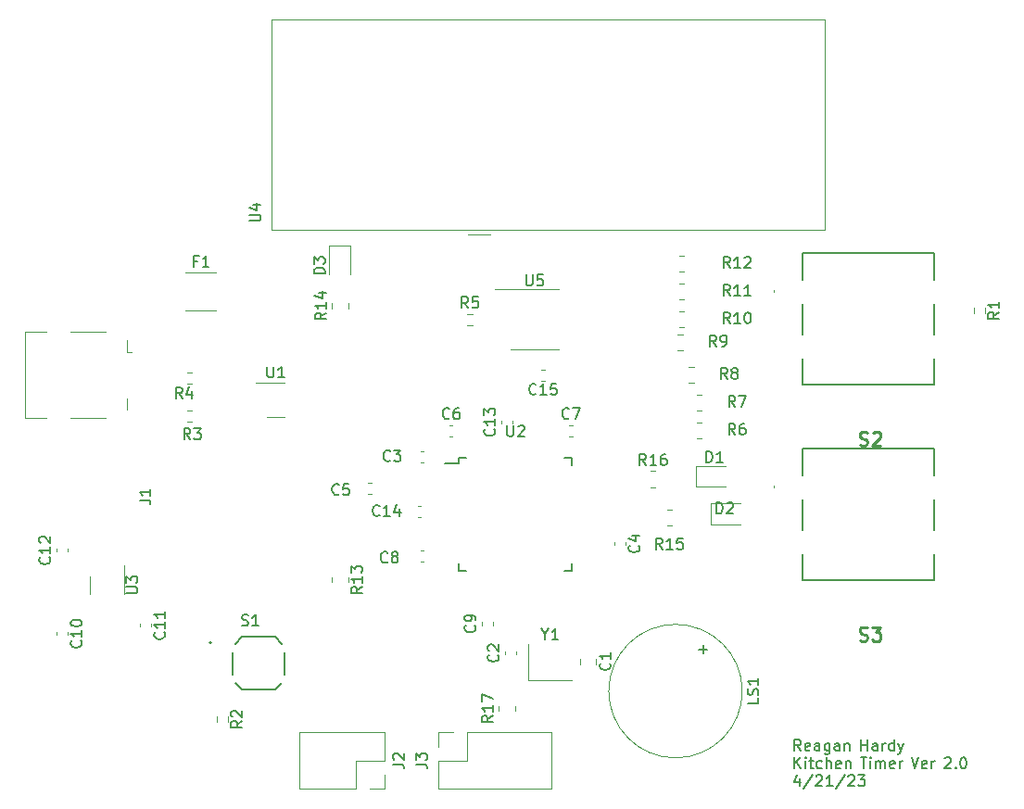
<source format=gbr>
%TF.GenerationSoftware,KiCad,Pcbnew,(7.0.0)*%
%TF.CreationDate,2023-04-21T10:27:54-06:00*%
%TF.ProjectId,PhaseB_ATMEGA,50686173-6542-45f4-9154-4d4547412e6b,rev?*%
%TF.SameCoordinates,Original*%
%TF.FileFunction,Legend,Top*%
%TF.FilePolarity,Positive*%
%FSLAX46Y46*%
G04 Gerber Fmt 4.6, Leading zero omitted, Abs format (unit mm)*
G04 Created by KiCad (PCBNEW (7.0.0)) date 2023-04-21 10:27:54*
%MOMM*%
%LPD*%
G01*
G04 APERTURE LIST*
%ADD10C,0.150000*%
%ADD11C,0.254000*%
%ADD12C,0.120000*%
%ADD13C,0.100000*%
%ADD14C,0.200000*%
%ADD15C,0.127000*%
G04 APERTURE END LIST*
D10*
X120849923Y-176552180D02*
X120516590Y-176075990D01*
X120278495Y-176552180D02*
X120278495Y-175552180D01*
X120278495Y-175552180D02*
X120659447Y-175552180D01*
X120659447Y-175552180D02*
X120754685Y-175599800D01*
X120754685Y-175599800D02*
X120802304Y-175647419D01*
X120802304Y-175647419D02*
X120849923Y-175742657D01*
X120849923Y-175742657D02*
X120849923Y-175885514D01*
X120849923Y-175885514D02*
X120802304Y-175980752D01*
X120802304Y-175980752D02*
X120754685Y-176028371D01*
X120754685Y-176028371D02*
X120659447Y-176075990D01*
X120659447Y-176075990D02*
X120278495Y-176075990D01*
X121659447Y-176504561D02*
X121564209Y-176552180D01*
X121564209Y-176552180D02*
X121373733Y-176552180D01*
X121373733Y-176552180D02*
X121278495Y-176504561D01*
X121278495Y-176504561D02*
X121230876Y-176409323D01*
X121230876Y-176409323D02*
X121230876Y-176028371D01*
X121230876Y-176028371D02*
X121278495Y-175933133D01*
X121278495Y-175933133D02*
X121373733Y-175885514D01*
X121373733Y-175885514D02*
X121564209Y-175885514D01*
X121564209Y-175885514D02*
X121659447Y-175933133D01*
X121659447Y-175933133D02*
X121707066Y-176028371D01*
X121707066Y-176028371D02*
X121707066Y-176123609D01*
X121707066Y-176123609D02*
X121230876Y-176218847D01*
X122564209Y-176552180D02*
X122564209Y-176028371D01*
X122564209Y-176028371D02*
X122516590Y-175933133D01*
X122516590Y-175933133D02*
X122421352Y-175885514D01*
X122421352Y-175885514D02*
X122230876Y-175885514D01*
X122230876Y-175885514D02*
X122135638Y-175933133D01*
X122564209Y-176504561D02*
X122468971Y-176552180D01*
X122468971Y-176552180D02*
X122230876Y-176552180D01*
X122230876Y-176552180D02*
X122135638Y-176504561D01*
X122135638Y-176504561D02*
X122088019Y-176409323D01*
X122088019Y-176409323D02*
X122088019Y-176314085D01*
X122088019Y-176314085D02*
X122135638Y-176218847D01*
X122135638Y-176218847D02*
X122230876Y-176171228D01*
X122230876Y-176171228D02*
X122468971Y-176171228D01*
X122468971Y-176171228D02*
X122564209Y-176123609D01*
X123468971Y-175885514D02*
X123468971Y-176695038D01*
X123468971Y-176695038D02*
X123421352Y-176790276D01*
X123421352Y-176790276D02*
X123373733Y-176837895D01*
X123373733Y-176837895D02*
X123278495Y-176885514D01*
X123278495Y-176885514D02*
X123135638Y-176885514D01*
X123135638Y-176885514D02*
X123040400Y-176837895D01*
X123468971Y-176504561D02*
X123373733Y-176552180D01*
X123373733Y-176552180D02*
X123183257Y-176552180D01*
X123183257Y-176552180D02*
X123088019Y-176504561D01*
X123088019Y-176504561D02*
X123040400Y-176456942D01*
X123040400Y-176456942D02*
X122992781Y-176361704D01*
X122992781Y-176361704D02*
X122992781Y-176075990D01*
X122992781Y-176075990D02*
X123040400Y-175980752D01*
X123040400Y-175980752D02*
X123088019Y-175933133D01*
X123088019Y-175933133D02*
X123183257Y-175885514D01*
X123183257Y-175885514D02*
X123373733Y-175885514D01*
X123373733Y-175885514D02*
X123468971Y-175933133D01*
X124373733Y-176552180D02*
X124373733Y-176028371D01*
X124373733Y-176028371D02*
X124326114Y-175933133D01*
X124326114Y-175933133D02*
X124230876Y-175885514D01*
X124230876Y-175885514D02*
X124040400Y-175885514D01*
X124040400Y-175885514D02*
X123945162Y-175933133D01*
X124373733Y-176504561D02*
X124278495Y-176552180D01*
X124278495Y-176552180D02*
X124040400Y-176552180D01*
X124040400Y-176552180D02*
X123945162Y-176504561D01*
X123945162Y-176504561D02*
X123897543Y-176409323D01*
X123897543Y-176409323D02*
X123897543Y-176314085D01*
X123897543Y-176314085D02*
X123945162Y-176218847D01*
X123945162Y-176218847D02*
X124040400Y-176171228D01*
X124040400Y-176171228D02*
X124278495Y-176171228D01*
X124278495Y-176171228D02*
X124373733Y-176123609D01*
X124849924Y-175885514D02*
X124849924Y-176552180D01*
X124849924Y-175980752D02*
X124897543Y-175933133D01*
X124897543Y-175933133D02*
X124992781Y-175885514D01*
X124992781Y-175885514D02*
X125135638Y-175885514D01*
X125135638Y-175885514D02*
X125230876Y-175933133D01*
X125230876Y-175933133D02*
X125278495Y-176028371D01*
X125278495Y-176028371D02*
X125278495Y-176552180D01*
X126354686Y-176552180D02*
X126354686Y-175552180D01*
X126354686Y-176028371D02*
X126926114Y-176028371D01*
X126926114Y-176552180D02*
X126926114Y-175552180D01*
X127830876Y-176552180D02*
X127830876Y-176028371D01*
X127830876Y-176028371D02*
X127783257Y-175933133D01*
X127783257Y-175933133D02*
X127688019Y-175885514D01*
X127688019Y-175885514D02*
X127497543Y-175885514D01*
X127497543Y-175885514D02*
X127402305Y-175933133D01*
X127830876Y-176504561D02*
X127735638Y-176552180D01*
X127735638Y-176552180D02*
X127497543Y-176552180D01*
X127497543Y-176552180D02*
X127402305Y-176504561D01*
X127402305Y-176504561D02*
X127354686Y-176409323D01*
X127354686Y-176409323D02*
X127354686Y-176314085D01*
X127354686Y-176314085D02*
X127402305Y-176218847D01*
X127402305Y-176218847D02*
X127497543Y-176171228D01*
X127497543Y-176171228D02*
X127735638Y-176171228D01*
X127735638Y-176171228D02*
X127830876Y-176123609D01*
X128307067Y-176552180D02*
X128307067Y-175885514D01*
X128307067Y-176075990D02*
X128354686Y-175980752D01*
X128354686Y-175980752D02*
X128402305Y-175933133D01*
X128402305Y-175933133D02*
X128497543Y-175885514D01*
X128497543Y-175885514D02*
X128592781Y-175885514D01*
X129354686Y-176552180D02*
X129354686Y-175552180D01*
X129354686Y-176504561D02*
X129259448Y-176552180D01*
X129259448Y-176552180D02*
X129068972Y-176552180D01*
X129068972Y-176552180D02*
X128973734Y-176504561D01*
X128973734Y-176504561D02*
X128926115Y-176456942D01*
X128926115Y-176456942D02*
X128878496Y-176361704D01*
X128878496Y-176361704D02*
X128878496Y-176075990D01*
X128878496Y-176075990D02*
X128926115Y-175980752D01*
X128926115Y-175980752D02*
X128973734Y-175933133D01*
X128973734Y-175933133D02*
X129068972Y-175885514D01*
X129068972Y-175885514D02*
X129259448Y-175885514D01*
X129259448Y-175885514D02*
X129354686Y-175933133D01*
X129735639Y-175885514D02*
X129973734Y-176552180D01*
X130211829Y-175885514D02*
X129973734Y-176552180D01*
X129973734Y-176552180D02*
X129878496Y-176790276D01*
X129878496Y-176790276D02*
X129830877Y-176837895D01*
X129830877Y-176837895D02*
X129735639Y-176885514D01*
X120278495Y-178172180D02*
X120278495Y-177172180D01*
X120849923Y-178172180D02*
X120421352Y-177600752D01*
X120849923Y-177172180D02*
X120278495Y-177743609D01*
X121278495Y-178172180D02*
X121278495Y-177505514D01*
X121278495Y-177172180D02*
X121230876Y-177219800D01*
X121230876Y-177219800D02*
X121278495Y-177267419D01*
X121278495Y-177267419D02*
X121326114Y-177219800D01*
X121326114Y-177219800D02*
X121278495Y-177172180D01*
X121278495Y-177172180D02*
X121278495Y-177267419D01*
X121611828Y-177505514D02*
X121992780Y-177505514D01*
X121754685Y-177172180D02*
X121754685Y-178029323D01*
X121754685Y-178029323D02*
X121802304Y-178124561D01*
X121802304Y-178124561D02*
X121897542Y-178172180D01*
X121897542Y-178172180D02*
X121992780Y-178172180D01*
X122754685Y-178124561D02*
X122659447Y-178172180D01*
X122659447Y-178172180D02*
X122468971Y-178172180D01*
X122468971Y-178172180D02*
X122373733Y-178124561D01*
X122373733Y-178124561D02*
X122326114Y-178076942D01*
X122326114Y-178076942D02*
X122278495Y-177981704D01*
X122278495Y-177981704D02*
X122278495Y-177695990D01*
X122278495Y-177695990D02*
X122326114Y-177600752D01*
X122326114Y-177600752D02*
X122373733Y-177553133D01*
X122373733Y-177553133D02*
X122468971Y-177505514D01*
X122468971Y-177505514D02*
X122659447Y-177505514D01*
X122659447Y-177505514D02*
X122754685Y-177553133D01*
X123183257Y-178172180D02*
X123183257Y-177172180D01*
X123611828Y-178172180D02*
X123611828Y-177648371D01*
X123611828Y-177648371D02*
X123564209Y-177553133D01*
X123564209Y-177553133D02*
X123468971Y-177505514D01*
X123468971Y-177505514D02*
X123326114Y-177505514D01*
X123326114Y-177505514D02*
X123230876Y-177553133D01*
X123230876Y-177553133D02*
X123183257Y-177600752D01*
X124468971Y-178124561D02*
X124373733Y-178172180D01*
X124373733Y-178172180D02*
X124183257Y-178172180D01*
X124183257Y-178172180D02*
X124088019Y-178124561D01*
X124088019Y-178124561D02*
X124040400Y-178029323D01*
X124040400Y-178029323D02*
X124040400Y-177648371D01*
X124040400Y-177648371D02*
X124088019Y-177553133D01*
X124088019Y-177553133D02*
X124183257Y-177505514D01*
X124183257Y-177505514D02*
X124373733Y-177505514D01*
X124373733Y-177505514D02*
X124468971Y-177553133D01*
X124468971Y-177553133D02*
X124516590Y-177648371D01*
X124516590Y-177648371D02*
X124516590Y-177743609D01*
X124516590Y-177743609D02*
X124040400Y-177838847D01*
X124945162Y-177505514D02*
X124945162Y-178172180D01*
X124945162Y-177600752D02*
X124992781Y-177553133D01*
X124992781Y-177553133D02*
X125088019Y-177505514D01*
X125088019Y-177505514D02*
X125230876Y-177505514D01*
X125230876Y-177505514D02*
X125326114Y-177553133D01*
X125326114Y-177553133D02*
X125373733Y-177648371D01*
X125373733Y-177648371D02*
X125373733Y-178172180D01*
X126307067Y-177172180D02*
X126878495Y-177172180D01*
X126592781Y-178172180D02*
X126592781Y-177172180D01*
X127211829Y-178172180D02*
X127211829Y-177505514D01*
X127211829Y-177172180D02*
X127164210Y-177219800D01*
X127164210Y-177219800D02*
X127211829Y-177267419D01*
X127211829Y-177267419D02*
X127259448Y-177219800D01*
X127259448Y-177219800D02*
X127211829Y-177172180D01*
X127211829Y-177172180D02*
X127211829Y-177267419D01*
X127688019Y-178172180D02*
X127688019Y-177505514D01*
X127688019Y-177600752D02*
X127735638Y-177553133D01*
X127735638Y-177553133D02*
X127830876Y-177505514D01*
X127830876Y-177505514D02*
X127973733Y-177505514D01*
X127973733Y-177505514D02*
X128068971Y-177553133D01*
X128068971Y-177553133D02*
X128116590Y-177648371D01*
X128116590Y-177648371D02*
X128116590Y-178172180D01*
X128116590Y-177648371D02*
X128164209Y-177553133D01*
X128164209Y-177553133D02*
X128259447Y-177505514D01*
X128259447Y-177505514D02*
X128402304Y-177505514D01*
X128402304Y-177505514D02*
X128497543Y-177553133D01*
X128497543Y-177553133D02*
X128545162Y-177648371D01*
X128545162Y-177648371D02*
X128545162Y-178172180D01*
X129402304Y-178124561D02*
X129307066Y-178172180D01*
X129307066Y-178172180D02*
X129116590Y-178172180D01*
X129116590Y-178172180D02*
X129021352Y-178124561D01*
X129021352Y-178124561D02*
X128973733Y-178029323D01*
X128973733Y-178029323D02*
X128973733Y-177648371D01*
X128973733Y-177648371D02*
X129021352Y-177553133D01*
X129021352Y-177553133D02*
X129116590Y-177505514D01*
X129116590Y-177505514D02*
X129307066Y-177505514D01*
X129307066Y-177505514D02*
X129402304Y-177553133D01*
X129402304Y-177553133D02*
X129449923Y-177648371D01*
X129449923Y-177648371D02*
X129449923Y-177743609D01*
X129449923Y-177743609D02*
X128973733Y-177838847D01*
X129878495Y-178172180D02*
X129878495Y-177505514D01*
X129878495Y-177695990D02*
X129926114Y-177600752D01*
X129926114Y-177600752D02*
X129973733Y-177553133D01*
X129973733Y-177553133D02*
X130068971Y-177505514D01*
X130068971Y-177505514D02*
X130164209Y-177505514D01*
X130954686Y-177172180D02*
X131288019Y-178172180D01*
X131288019Y-178172180D02*
X131621352Y-177172180D01*
X132335638Y-178124561D02*
X132240400Y-178172180D01*
X132240400Y-178172180D02*
X132049924Y-178172180D01*
X132049924Y-178172180D02*
X131954686Y-178124561D01*
X131954686Y-178124561D02*
X131907067Y-178029323D01*
X131907067Y-178029323D02*
X131907067Y-177648371D01*
X131907067Y-177648371D02*
X131954686Y-177553133D01*
X131954686Y-177553133D02*
X132049924Y-177505514D01*
X132049924Y-177505514D02*
X132240400Y-177505514D01*
X132240400Y-177505514D02*
X132335638Y-177553133D01*
X132335638Y-177553133D02*
X132383257Y-177648371D01*
X132383257Y-177648371D02*
X132383257Y-177743609D01*
X132383257Y-177743609D02*
X131907067Y-177838847D01*
X132811829Y-178172180D02*
X132811829Y-177505514D01*
X132811829Y-177695990D02*
X132859448Y-177600752D01*
X132859448Y-177600752D02*
X132907067Y-177553133D01*
X132907067Y-177553133D02*
X133002305Y-177505514D01*
X133002305Y-177505514D02*
X133097543Y-177505514D01*
X133983258Y-177267419D02*
X134030877Y-177219800D01*
X134030877Y-177219800D02*
X134126115Y-177172180D01*
X134126115Y-177172180D02*
X134364210Y-177172180D01*
X134364210Y-177172180D02*
X134459448Y-177219800D01*
X134459448Y-177219800D02*
X134507067Y-177267419D01*
X134507067Y-177267419D02*
X134554686Y-177362657D01*
X134554686Y-177362657D02*
X134554686Y-177457895D01*
X134554686Y-177457895D02*
X134507067Y-177600752D01*
X134507067Y-177600752D02*
X133935639Y-178172180D01*
X133935639Y-178172180D02*
X134554686Y-178172180D01*
X134983258Y-178076942D02*
X135030877Y-178124561D01*
X135030877Y-178124561D02*
X134983258Y-178172180D01*
X134983258Y-178172180D02*
X134935639Y-178124561D01*
X134935639Y-178124561D02*
X134983258Y-178076942D01*
X134983258Y-178076942D02*
X134983258Y-178172180D01*
X135649924Y-177172180D02*
X135745162Y-177172180D01*
X135745162Y-177172180D02*
X135840400Y-177219800D01*
X135840400Y-177219800D02*
X135888019Y-177267419D01*
X135888019Y-177267419D02*
X135935638Y-177362657D01*
X135935638Y-177362657D02*
X135983257Y-177553133D01*
X135983257Y-177553133D02*
X135983257Y-177791228D01*
X135983257Y-177791228D02*
X135935638Y-177981704D01*
X135935638Y-177981704D02*
X135888019Y-178076942D01*
X135888019Y-178076942D02*
X135840400Y-178124561D01*
X135840400Y-178124561D02*
X135745162Y-178172180D01*
X135745162Y-178172180D02*
X135649924Y-178172180D01*
X135649924Y-178172180D02*
X135554686Y-178124561D01*
X135554686Y-178124561D02*
X135507067Y-178076942D01*
X135507067Y-178076942D02*
X135459448Y-177981704D01*
X135459448Y-177981704D02*
X135411829Y-177791228D01*
X135411829Y-177791228D02*
X135411829Y-177553133D01*
X135411829Y-177553133D02*
X135459448Y-177362657D01*
X135459448Y-177362657D02*
X135507067Y-177267419D01*
X135507067Y-177267419D02*
X135554686Y-177219800D01*
X135554686Y-177219800D02*
X135649924Y-177172180D01*
X120707066Y-179125514D02*
X120707066Y-179792180D01*
X120468971Y-178744561D02*
X120230876Y-179458847D01*
X120230876Y-179458847D02*
X120849923Y-179458847D01*
X121945161Y-178744561D02*
X121088019Y-180030276D01*
X122230876Y-178887419D02*
X122278495Y-178839800D01*
X122278495Y-178839800D02*
X122373733Y-178792180D01*
X122373733Y-178792180D02*
X122611828Y-178792180D01*
X122611828Y-178792180D02*
X122707066Y-178839800D01*
X122707066Y-178839800D02*
X122754685Y-178887419D01*
X122754685Y-178887419D02*
X122802304Y-178982657D01*
X122802304Y-178982657D02*
X122802304Y-179077895D01*
X122802304Y-179077895D02*
X122754685Y-179220752D01*
X122754685Y-179220752D02*
X122183257Y-179792180D01*
X122183257Y-179792180D02*
X122802304Y-179792180D01*
X123754685Y-179792180D02*
X123183257Y-179792180D01*
X123468971Y-179792180D02*
X123468971Y-178792180D01*
X123468971Y-178792180D02*
X123373733Y-178935038D01*
X123373733Y-178935038D02*
X123278495Y-179030276D01*
X123278495Y-179030276D02*
X123183257Y-179077895D01*
X124897542Y-178744561D02*
X124040400Y-180030276D01*
X125183257Y-178887419D02*
X125230876Y-178839800D01*
X125230876Y-178839800D02*
X125326114Y-178792180D01*
X125326114Y-178792180D02*
X125564209Y-178792180D01*
X125564209Y-178792180D02*
X125659447Y-178839800D01*
X125659447Y-178839800D02*
X125707066Y-178887419D01*
X125707066Y-178887419D02*
X125754685Y-178982657D01*
X125754685Y-178982657D02*
X125754685Y-179077895D01*
X125754685Y-179077895D02*
X125707066Y-179220752D01*
X125707066Y-179220752D02*
X125135638Y-179792180D01*
X125135638Y-179792180D02*
X125754685Y-179792180D01*
X126088019Y-178792180D02*
X126707066Y-178792180D01*
X126707066Y-178792180D02*
X126373733Y-179173133D01*
X126373733Y-179173133D02*
X126516590Y-179173133D01*
X126516590Y-179173133D02*
X126611828Y-179220752D01*
X126611828Y-179220752D02*
X126659447Y-179268371D01*
X126659447Y-179268371D02*
X126707066Y-179363609D01*
X126707066Y-179363609D02*
X126707066Y-179601704D01*
X126707066Y-179601704D02*
X126659447Y-179696942D01*
X126659447Y-179696942D02*
X126611828Y-179744561D01*
X126611828Y-179744561D02*
X126516590Y-179792180D01*
X126516590Y-179792180D02*
X126230876Y-179792180D01*
X126230876Y-179792180D02*
X126135638Y-179744561D01*
X126135638Y-179744561D02*
X126088019Y-179696942D01*
%TO.C,LS1*%
X116967380Y-171762857D02*
X116967380Y-172239047D01*
X116967380Y-172239047D02*
X115967380Y-172239047D01*
X116919761Y-171477142D02*
X116967380Y-171334285D01*
X116967380Y-171334285D02*
X116967380Y-171096190D01*
X116967380Y-171096190D02*
X116919761Y-171000952D01*
X116919761Y-171000952D02*
X116872142Y-170953333D01*
X116872142Y-170953333D02*
X116776904Y-170905714D01*
X116776904Y-170905714D02*
X116681666Y-170905714D01*
X116681666Y-170905714D02*
X116586428Y-170953333D01*
X116586428Y-170953333D02*
X116538809Y-171000952D01*
X116538809Y-171000952D02*
X116491190Y-171096190D01*
X116491190Y-171096190D02*
X116443571Y-171286666D01*
X116443571Y-171286666D02*
X116395952Y-171381904D01*
X116395952Y-171381904D02*
X116348333Y-171429523D01*
X116348333Y-171429523D02*
X116253095Y-171477142D01*
X116253095Y-171477142D02*
X116157857Y-171477142D01*
X116157857Y-171477142D02*
X116062619Y-171429523D01*
X116062619Y-171429523D02*
X116015000Y-171381904D01*
X116015000Y-171381904D02*
X115967380Y-171286666D01*
X115967380Y-171286666D02*
X115967380Y-171048571D01*
X115967380Y-171048571D02*
X116015000Y-170905714D01*
X116967380Y-169953333D02*
X116967380Y-170524761D01*
X116967380Y-170239047D02*
X115967380Y-170239047D01*
X115967380Y-170239047D02*
X116110238Y-170334285D01*
X116110238Y-170334285D02*
X116205476Y-170429523D01*
X116205476Y-170429523D02*
X116253095Y-170524761D01*
X111926428Y-167690951D02*
X111926428Y-166929047D01*
X112307380Y-167309999D02*
X111545476Y-167309999D01*
%TO.C,C6*%
X88733333Y-146162142D02*
X88685714Y-146209761D01*
X88685714Y-146209761D02*
X88542857Y-146257380D01*
X88542857Y-146257380D02*
X88447619Y-146257380D01*
X88447619Y-146257380D02*
X88304762Y-146209761D01*
X88304762Y-146209761D02*
X88209524Y-146114523D01*
X88209524Y-146114523D02*
X88161905Y-146019285D01*
X88161905Y-146019285D02*
X88114286Y-145828809D01*
X88114286Y-145828809D02*
X88114286Y-145685952D01*
X88114286Y-145685952D02*
X88161905Y-145495476D01*
X88161905Y-145495476D02*
X88209524Y-145400238D01*
X88209524Y-145400238D02*
X88304762Y-145305000D01*
X88304762Y-145305000D02*
X88447619Y-145257380D01*
X88447619Y-145257380D02*
X88542857Y-145257380D01*
X88542857Y-145257380D02*
X88685714Y-145305000D01*
X88685714Y-145305000D02*
X88733333Y-145352619D01*
X89590476Y-145257380D02*
X89400000Y-145257380D01*
X89400000Y-145257380D02*
X89304762Y-145305000D01*
X89304762Y-145305000D02*
X89257143Y-145352619D01*
X89257143Y-145352619D02*
X89161905Y-145495476D01*
X89161905Y-145495476D02*
X89114286Y-145685952D01*
X89114286Y-145685952D02*
X89114286Y-146066904D01*
X89114286Y-146066904D02*
X89161905Y-146162142D01*
X89161905Y-146162142D02*
X89209524Y-146209761D01*
X89209524Y-146209761D02*
X89304762Y-146257380D01*
X89304762Y-146257380D02*
X89495238Y-146257380D01*
X89495238Y-146257380D02*
X89590476Y-146209761D01*
X89590476Y-146209761D02*
X89638095Y-146162142D01*
X89638095Y-146162142D02*
X89685714Y-146066904D01*
X89685714Y-146066904D02*
X89685714Y-145828809D01*
X89685714Y-145828809D02*
X89638095Y-145733571D01*
X89638095Y-145733571D02*
X89590476Y-145685952D01*
X89590476Y-145685952D02*
X89495238Y-145638333D01*
X89495238Y-145638333D02*
X89304762Y-145638333D01*
X89304762Y-145638333D02*
X89209524Y-145685952D01*
X89209524Y-145685952D02*
X89161905Y-145733571D01*
X89161905Y-145733571D02*
X89114286Y-145828809D01*
%TO.C,C4*%
X106022142Y-157811666D02*
X106069761Y-157859285D01*
X106069761Y-157859285D02*
X106117380Y-158002142D01*
X106117380Y-158002142D02*
X106117380Y-158097380D01*
X106117380Y-158097380D02*
X106069761Y-158240237D01*
X106069761Y-158240237D02*
X105974523Y-158335475D01*
X105974523Y-158335475D02*
X105879285Y-158383094D01*
X105879285Y-158383094D02*
X105688809Y-158430713D01*
X105688809Y-158430713D02*
X105545952Y-158430713D01*
X105545952Y-158430713D02*
X105355476Y-158383094D01*
X105355476Y-158383094D02*
X105260238Y-158335475D01*
X105260238Y-158335475D02*
X105165000Y-158240237D01*
X105165000Y-158240237D02*
X105117380Y-158097380D01*
X105117380Y-158097380D02*
X105117380Y-158002142D01*
X105117380Y-158002142D02*
X105165000Y-157859285D01*
X105165000Y-157859285D02*
X105212619Y-157811666D01*
X105450714Y-156954523D02*
X106117380Y-156954523D01*
X105069761Y-157192618D02*
X105784047Y-157430713D01*
X105784047Y-157430713D02*
X105784047Y-156811666D01*
%TO.C,J1*%
X60427380Y-153673333D02*
X61141666Y-153673333D01*
X61141666Y-153673333D02*
X61284523Y-153720952D01*
X61284523Y-153720952D02*
X61379761Y-153816190D01*
X61379761Y-153816190D02*
X61427380Y-153959047D01*
X61427380Y-153959047D02*
X61427380Y-154054285D01*
X61427380Y-152673333D02*
X61427380Y-153244761D01*
X61427380Y-152959047D02*
X60427380Y-152959047D01*
X60427380Y-152959047D02*
X60570238Y-153054285D01*
X60570238Y-153054285D02*
X60665476Y-153149523D01*
X60665476Y-153149523D02*
X60713095Y-153244761D01*
%TO.C,Y1*%
X97483809Y-165931190D02*
X97483809Y-166407380D01*
X97150476Y-165407380D02*
X97483809Y-165931190D01*
X97483809Y-165931190D02*
X97817142Y-165407380D01*
X98674285Y-166407380D02*
X98102857Y-166407380D01*
X98388571Y-166407380D02*
X98388571Y-165407380D01*
X98388571Y-165407380D02*
X98293333Y-165550238D01*
X98293333Y-165550238D02*
X98198095Y-165645476D01*
X98198095Y-165645476D02*
X98102857Y-165693095D01*
%TO.C,F1*%
X65706666Y-131813571D02*
X65373333Y-131813571D01*
X65373333Y-132337380D02*
X65373333Y-131337380D01*
X65373333Y-131337380D02*
X65849523Y-131337380D01*
X66754285Y-132337380D02*
X66182857Y-132337380D01*
X66468571Y-132337380D02*
X66468571Y-131337380D01*
X66468571Y-131337380D02*
X66373333Y-131480238D01*
X66373333Y-131480238D02*
X66278095Y-131575476D01*
X66278095Y-131575476D02*
X66182857Y-131623095D01*
%TO.C,R7*%
X114848333Y-145147380D02*
X114515000Y-144671190D01*
X114276905Y-145147380D02*
X114276905Y-144147380D01*
X114276905Y-144147380D02*
X114657857Y-144147380D01*
X114657857Y-144147380D02*
X114753095Y-144195000D01*
X114753095Y-144195000D02*
X114800714Y-144242619D01*
X114800714Y-144242619D02*
X114848333Y-144337857D01*
X114848333Y-144337857D02*
X114848333Y-144480714D01*
X114848333Y-144480714D02*
X114800714Y-144575952D01*
X114800714Y-144575952D02*
X114753095Y-144623571D01*
X114753095Y-144623571D02*
X114657857Y-144671190D01*
X114657857Y-144671190D02*
X114276905Y-144671190D01*
X115181667Y-144147380D02*
X115848333Y-144147380D01*
X115848333Y-144147380D02*
X115419762Y-145147380D01*
%TO.C,C10*%
X55042142Y-166517857D02*
X55089761Y-166565476D01*
X55089761Y-166565476D02*
X55137380Y-166708333D01*
X55137380Y-166708333D02*
X55137380Y-166803571D01*
X55137380Y-166803571D02*
X55089761Y-166946428D01*
X55089761Y-166946428D02*
X54994523Y-167041666D01*
X54994523Y-167041666D02*
X54899285Y-167089285D01*
X54899285Y-167089285D02*
X54708809Y-167136904D01*
X54708809Y-167136904D02*
X54565952Y-167136904D01*
X54565952Y-167136904D02*
X54375476Y-167089285D01*
X54375476Y-167089285D02*
X54280238Y-167041666D01*
X54280238Y-167041666D02*
X54185000Y-166946428D01*
X54185000Y-166946428D02*
X54137380Y-166803571D01*
X54137380Y-166803571D02*
X54137380Y-166708333D01*
X54137380Y-166708333D02*
X54185000Y-166565476D01*
X54185000Y-166565476D02*
X54232619Y-166517857D01*
X55137380Y-165565476D02*
X55137380Y-166136904D01*
X55137380Y-165851190D02*
X54137380Y-165851190D01*
X54137380Y-165851190D02*
X54280238Y-165946428D01*
X54280238Y-165946428D02*
X54375476Y-166041666D01*
X54375476Y-166041666D02*
X54423095Y-166136904D01*
X54137380Y-164946428D02*
X54137380Y-164851190D01*
X54137380Y-164851190D02*
X54185000Y-164755952D01*
X54185000Y-164755952D02*
X54232619Y-164708333D01*
X54232619Y-164708333D02*
X54327857Y-164660714D01*
X54327857Y-164660714D02*
X54518333Y-164613095D01*
X54518333Y-164613095D02*
X54756428Y-164613095D01*
X54756428Y-164613095D02*
X54946904Y-164660714D01*
X54946904Y-164660714D02*
X55042142Y-164708333D01*
X55042142Y-164708333D02*
X55089761Y-164755952D01*
X55089761Y-164755952D02*
X55137380Y-164851190D01*
X55137380Y-164851190D02*
X55137380Y-164946428D01*
X55137380Y-164946428D02*
X55089761Y-165041666D01*
X55089761Y-165041666D02*
X55042142Y-165089285D01*
X55042142Y-165089285D02*
X54946904Y-165136904D01*
X54946904Y-165136904D02*
X54756428Y-165184523D01*
X54756428Y-165184523D02*
X54518333Y-165184523D01*
X54518333Y-165184523D02*
X54327857Y-165136904D01*
X54327857Y-165136904D02*
X54232619Y-165089285D01*
X54232619Y-165089285D02*
X54185000Y-165041666D01*
X54185000Y-165041666D02*
X54137380Y-164946428D01*
%TO.C,R2*%
X69797380Y-173841666D02*
X69321190Y-174174999D01*
X69797380Y-174413094D02*
X68797380Y-174413094D01*
X68797380Y-174413094D02*
X68797380Y-174032142D01*
X68797380Y-174032142D02*
X68845000Y-173936904D01*
X68845000Y-173936904D02*
X68892619Y-173889285D01*
X68892619Y-173889285D02*
X68987857Y-173841666D01*
X68987857Y-173841666D02*
X69130714Y-173841666D01*
X69130714Y-173841666D02*
X69225952Y-173889285D01*
X69225952Y-173889285D02*
X69273571Y-173936904D01*
X69273571Y-173936904D02*
X69321190Y-174032142D01*
X69321190Y-174032142D02*
X69321190Y-174413094D01*
X68892619Y-173460713D02*
X68845000Y-173413094D01*
X68845000Y-173413094D02*
X68797380Y-173317856D01*
X68797380Y-173317856D02*
X68797380Y-173079761D01*
X68797380Y-173079761D02*
X68845000Y-172984523D01*
X68845000Y-172984523D02*
X68892619Y-172936904D01*
X68892619Y-172936904D02*
X68987857Y-172889285D01*
X68987857Y-172889285D02*
X69083095Y-172889285D01*
X69083095Y-172889285D02*
X69225952Y-172936904D01*
X69225952Y-172936904D02*
X69797380Y-173508332D01*
X69797380Y-173508332D02*
X69797380Y-172889285D01*
%TO.C,R11*%
X114372142Y-134987380D02*
X114038809Y-134511190D01*
X113800714Y-134987380D02*
X113800714Y-133987380D01*
X113800714Y-133987380D02*
X114181666Y-133987380D01*
X114181666Y-133987380D02*
X114276904Y-134035000D01*
X114276904Y-134035000D02*
X114324523Y-134082619D01*
X114324523Y-134082619D02*
X114372142Y-134177857D01*
X114372142Y-134177857D02*
X114372142Y-134320714D01*
X114372142Y-134320714D02*
X114324523Y-134415952D01*
X114324523Y-134415952D02*
X114276904Y-134463571D01*
X114276904Y-134463571D02*
X114181666Y-134511190D01*
X114181666Y-134511190D02*
X113800714Y-134511190D01*
X115324523Y-134987380D02*
X114753095Y-134987380D01*
X115038809Y-134987380D02*
X115038809Y-133987380D01*
X115038809Y-133987380D02*
X114943571Y-134130238D01*
X114943571Y-134130238D02*
X114848333Y-134225476D01*
X114848333Y-134225476D02*
X114753095Y-134273095D01*
X116276904Y-134987380D02*
X115705476Y-134987380D01*
X115991190Y-134987380D02*
X115991190Y-133987380D01*
X115991190Y-133987380D02*
X115895952Y-134130238D01*
X115895952Y-134130238D02*
X115800714Y-134225476D01*
X115800714Y-134225476D02*
X115705476Y-134273095D01*
%TO.C,U4*%
X70497380Y-128161904D02*
X71306904Y-128161904D01*
X71306904Y-128161904D02*
X71402142Y-128114285D01*
X71402142Y-128114285D02*
X71449761Y-128066666D01*
X71449761Y-128066666D02*
X71497380Y-127971428D01*
X71497380Y-127971428D02*
X71497380Y-127780952D01*
X71497380Y-127780952D02*
X71449761Y-127685714D01*
X71449761Y-127685714D02*
X71402142Y-127638095D01*
X71402142Y-127638095D02*
X71306904Y-127590476D01*
X71306904Y-127590476D02*
X70497380Y-127590476D01*
X70830714Y-126685714D02*
X71497380Y-126685714D01*
X70449761Y-126923809D02*
X71164047Y-127161904D01*
X71164047Y-127161904D02*
X71164047Y-126542857D01*
%TO.C,R1*%
X138957380Y-136501666D02*
X138481190Y-136834999D01*
X138957380Y-137073094D02*
X137957380Y-137073094D01*
X137957380Y-137073094D02*
X137957380Y-136692142D01*
X137957380Y-136692142D02*
X138005000Y-136596904D01*
X138005000Y-136596904D02*
X138052619Y-136549285D01*
X138052619Y-136549285D02*
X138147857Y-136501666D01*
X138147857Y-136501666D02*
X138290714Y-136501666D01*
X138290714Y-136501666D02*
X138385952Y-136549285D01*
X138385952Y-136549285D02*
X138433571Y-136596904D01*
X138433571Y-136596904D02*
X138481190Y-136692142D01*
X138481190Y-136692142D02*
X138481190Y-137073094D01*
X138957380Y-135549285D02*
X138957380Y-136120713D01*
X138957380Y-135834999D02*
X137957380Y-135834999D01*
X137957380Y-135834999D02*
X138100238Y-135930237D01*
X138100238Y-135930237D02*
X138195476Y-136025475D01*
X138195476Y-136025475D02*
X138243095Y-136120713D01*
%TO.C,C2*%
X93162142Y-167806666D02*
X93209761Y-167854285D01*
X93209761Y-167854285D02*
X93257380Y-167997142D01*
X93257380Y-167997142D02*
X93257380Y-168092380D01*
X93257380Y-168092380D02*
X93209761Y-168235237D01*
X93209761Y-168235237D02*
X93114523Y-168330475D01*
X93114523Y-168330475D02*
X93019285Y-168378094D01*
X93019285Y-168378094D02*
X92828809Y-168425713D01*
X92828809Y-168425713D02*
X92685952Y-168425713D01*
X92685952Y-168425713D02*
X92495476Y-168378094D01*
X92495476Y-168378094D02*
X92400238Y-168330475D01*
X92400238Y-168330475D02*
X92305000Y-168235237D01*
X92305000Y-168235237D02*
X92257380Y-168092380D01*
X92257380Y-168092380D02*
X92257380Y-167997142D01*
X92257380Y-167997142D02*
X92305000Y-167854285D01*
X92305000Y-167854285D02*
X92352619Y-167806666D01*
X92352619Y-167425713D02*
X92305000Y-167378094D01*
X92305000Y-167378094D02*
X92257380Y-167282856D01*
X92257380Y-167282856D02*
X92257380Y-167044761D01*
X92257380Y-167044761D02*
X92305000Y-166949523D01*
X92305000Y-166949523D02*
X92352619Y-166901904D01*
X92352619Y-166901904D02*
X92447857Y-166854285D01*
X92447857Y-166854285D02*
X92543095Y-166854285D01*
X92543095Y-166854285D02*
X92685952Y-166901904D01*
X92685952Y-166901904D02*
X93257380Y-167473332D01*
X93257380Y-167473332D02*
X93257380Y-166854285D01*
%TO.C,R16*%
X106694642Y-150467380D02*
X106361309Y-149991190D01*
X106123214Y-150467380D02*
X106123214Y-149467380D01*
X106123214Y-149467380D02*
X106504166Y-149467380D01*
X106504166Y-149467380D02*
X106599404Y-149515000D01*
X106599404Y-149515000D02*
X106647023Y-149562619D01*
X106647023Y-149562619D02*
X106694642Y-149657857D01*
X106694642Y-149657857D02*
X106694642Y-149800714D01*
X106694642Y-149800714D02*
X106647023Y-149895952D01*
X106647023Y-149895952D02*
X106599404Y-149943571D01*
X106599404Y-149943571D02*
X106504166Y-149991190D01*
X106504166Y-149991190D02*
X106123214Y-149991190D01*
X107647023Y-150467380D02*
X107075595Y-150467380D01*
X107361309Y-150467380D02*
X107361309Y-149467380D01*
X107361309Y-149467380D02*
X107266071Y-149610238D01*
X107266071Y-149610238D02*
X107170833Y-149705476D01*
X107170833Y-149705476D02*
X107075595Y-149753095D01*
X108504166Y-149467380D02*
X108313690Y-149467380D01*
X108313690Y-149467380D02*
X108218452Y-149515000D01*
X108218452Y-149515000D02*
X108170833Y-149562619D01*
X108170833Y-149562619D02*
X108075595Y-149705476D01*
X108075595Y-149705476D02*
X108027976Y-149895952D01*
X108027976Y-149895952D02*
X108027976Y-150276904D01*
X108027976Y-150276904D02*
X108075595Y-150372142D01*
X108075595Y-150372142D02*
X108123214Y-150419761D01*
X108123214Y-150419761D02*
X108218452Y-150467380D01*
X108218452Y-150467380D02*
X108408928Y-150467380D01*
X108408928Y-150467380D02*
X108504166Y-150419761D01*
X108504166Y-150419761D02*
X108551785Y-150372142D01*
X108551785Y-150372142D02*
X108599404Y-150276904D01*
X108599404Y-150276904D02*
X108599404Y-150038809D01*
X108599404Y-150038809D02*
X108551785Y-149943571D01*
X108551785Y-149943571D02*
X108504166Y-149895952D01*
X108504166Y-149895952D02*
X108408928Y-149848333D01*
X108408928Y-149848333D02*
X108218452Y-149848333D01*
X108218452Y-149848333D02*
X108123214Y-149895952D01*
X108123214Y-149895952D02*
X108075595Y-149943571D01*
X108075595Y-149943571D02*
X108027976Y-150038809D01*
%TO.C,C14*%
X82357142Y-155022142D02*
X82309523Y-155069761D01*
X82309523Y-155069761D02*
X82166666Y-155117380D01*
X82166666Y-155117380D02*
X82071428Y-155117380D01*
X82071428Y-155117380D02*
X81928571Y-155069761D01*
X81928571Y-155069761D02*
X81833333Y-154974523D01*
X81833333Y-154974523D02*
X81785714Y-154879285D01*
X81785714Y-154879285D02*
X81738095Y-154688809D01*
X81738095Y-154688809D02*
X81738095Y-154545952D01*
X81738095Y-154545952D02*
X81785714Y-154355476D01*
X81785714Y-154355476D02*
X81833333Y-154260238D01*
X81833333Y-154260238D02*
X81928571Y-154165000D01*
X81928571Y-154165000D02*
X82071428Y-154117380D01*
X82071428Y-154117380D02*
X82166666Y-154117380D01*
X82166666Y-154117380D02*
X82309523Y-154165000D01*
X82309523Y-154165000D02*
X82357142Y-154212619D01*
X83309523Y-155117380D02*
X82738095Y-155117380D01*
X83023809Y-155117380D02*
X83023809Y-154117380D01*
X83023809Y-154117380D02*
X82928571Y-154260238D01*
X82928571Y-154260238D02*
X82833333Y-154355476D01*
X82833333Y-154355476D02*
X82738095Y-154403095D01*
X84166666Y-154450714D02*
X84166666Y-155117380D01*
X83928571Y-154069761D02*
X83690476Y-154784047D01*
X83690476Y-154784047D02*
X84309523Y-154784047D01*
%TO.C,R3*%
X65070591Y-148117380D02*
X64737258Y-147641190D01*
X64499163Y-148117380D02*
X64499163Y-147117380D01*
X64499163Y-147117380D02*
X64880115Y-147117380D01*
X64880115Y-147117380D02*
X64975353Y-147165000D01*
X64975353Y-147165000D02*
X65022972Y-147212619D01*
X65022972Y-147212619D02*
X65070591Y-147307857D01*
X65070591Y-147307857D02*
X65070591Y-147450714D01*
X65070591Y-147450714D02*
X65022972Y-147545952D01*
X65022972Y-147545952D02*
X64975353Y-147593571D01*
X64975353Y-147593571D02*
X64880115Y-147641190D01*
X64880115Y-147641190D02*
X64499163Y-147641190D01*
X65403925Y-147117380D02*
X66022972Y-147117380D01*
X66022972Y-147117380D02*
X65689639Y-147498333D01*
X65689639Y-147498333D02*
X65832496Y-147498333D01*
X65832496Y-147498333D02*
X65927734Y-147545952D01*
X65927734Y-147545952D02*
X65975353Y-147593571D01*
X65975353Y-147593571D02*
X66022972Y-147688809D01*
X66022972Y-147688809D02*
X66022972Y-147926904D01*
X66022972Y-147926904D02*
X65975353Y-148022142D01*
X65975353Y-148022142D02*
X65927734Y-148069761D01*
X65927734Y-148069761D02*
X65832496Y-148117380D01*
X65832496Y-148117380D02*
X65546782Y-148117380D01*
X65546782Y-148117380D02*
X65451544Y-148069761D01*
X65451544Y-148069761D02*
X65403925Y-148022142D01*
%TO.C,R9*%
X113123333Y-139617380D02*
X112790000Y-139141190D01*
X112551905Y-139617380D02*
X112551905Y-138617380D01*
X112551905Y-138617380D02*
X112932857Y-138617380D01*
X112932857Y-138617380D02*
X113028095Y-138665000D01*
X113028095Y-138665000D02*
X113075714Y-138712619D01*
X113075714Y-138712619D02*
X113123333Y-138807857D01*
X113123333Y-138807857D02*
X113123333Y-138950714D01*
X113123333Y-138950714D02*
X113075714Y-139045952D01*
X113075714Y-139045952D02*
X113028095Y-139093571D01*
X113028095Y-139093571D02*
X112932857Y-139141190D01*
X112932857Y-139141190D02*
X112551905Y-139141190D01*
X113599524Y-139617380D02*
X113790000Y-139617380D01*
X113790000Y-139617380D02*
X113885238Y-139569761D01*
X113885238Y-139569761D02*
X113932857Y-139522142D01*
X113932857Y-139522142D02*
X114028095Y-139379285D01*
X114028095Y-139379285D02*
X114075714Y-139188809D01*
X114075714Y-139188809D02*
X114075714Y-138807857D01*
X114075714Y-138807857D02*
X114028095Y-138712619D01*
X114028095Y-138712619D02*
X113980476Y-138665000D01*
X113980476Y-138665000D02*
X113885238Y-138617380D01*
X113885238Y-138617380D02*
X113694762Y-138617380D01*
X113694762Y-138617380D02*
X113599524Y-138665000D01*
X113599524Y-138665000D02*
X113551905Y-138712619D01*
X113551905Y-138712619D02*
X113504286Y-138807857D01*
X113504286Y-138807857D02*
X113504286Y-139045952D01*
X113504286Y-139045952D02*
X113551905Y-139141190D01*
X113551905Y-139141190D02*
X113599524Y-139188809D01*
X113599524Y-139188809D02*
X113694762Y-139236428D01*
X113694762Y-139236428D02*
X113885238Y-139236428D01*
X113885238Y-139236428D02*
X113980476Y-139188809D01*
X113980476Y-139188809D02*
X114028095Y-139141190D01*
X114028095Y-139141190D02*
X114075714Y-139045952D01*
%TO.C,C15*%
X96652142Y-143942142D02*
X96604523Y-143989761D01*
X96604523Y-143989761D02*
X96461666Y-144037380D01*
X96461666Y-144037380D02*
X96366428Y-144037380D01*
X96366428Y-144037380D02*
X96223571Y-143989761D01*
X96223571Y-143989761D02*
X96128333Y-143894523D01*
X96128333Y-143894523D02*
X96080714Y-143799285D01*
X96080714Y-143799285D02*
X96033095Y-143608809D01*
X96033095Y-143608809D02*
X96033095Y-143465952D01*
X96033095Y-143465952D02*
X96080714Y-143275476D01*
X96080714Y-143275476D02*
X96128333Y-143180238D01*
X96128333Y-143180238D02*
X96223571Y-143085000D01*
X96223571Y-143085000D02*
X96366428Y-143037380D01*
X96366428Y-143037380D02*
X96461666Y-143037380D01*
X96461666Y-143037380D02*
X96604523Y-143085000D01*
X96604523Y-143085000D02*
X96652142Y-143132619D01*
X97604523Y-144037380D02*
X97033095Y-144037380D01*
X97318809Y-144037380D02*
X97318809Y-143037380D01*
X97318809Y-143037380D02*
X97223571Y-143180238D01*
X97223571Y-143180238D02*
X97128333Y-143275476D01*
X97128333Y-143275476D02*
X97033095Y-143323095D01*
X98509285Y-143037380D02*
X98033095Y-143037380D01*
X98033095Y-143037380D02*
X97985476Y-143513571D01*
X97985476Y-143513571D02*
X98033095Y-143465952D01*
X98033095Y-143465952D02*
X98128333Y-143418333D01*
X98128333Y-143418333D02*
X98366428Y-143418333D01*
X98366428Y-143418333D02*
X98461666Y-143465952D01*
X98461666Y-143465952D02*
X98509285Y-143513571D01*
X98509285Y-143513571D02*
X98556904Y-143608809D01*
X98556904Y-143608809D02*
X98556904Y-143846904D01*
X98556904Y-143846904D02*
X98509285Y-143942142D01*
X98509285Y-143942142D02*
X98461666Y-143989761D01*
X98461666Y-143989761D02*
X98366428Y-144037380D01*
X98366428Y-144037380D02*
X98128333Y-144037380D01*
X98128333Y-144037380D02*
X98033095Y-143989761D01*
X98033095Y-143989761D02*
X97985476Y-143942142D01*
%TO.C,J3*%
X85677380Y-177803333D02*
X86391666Y-177803333D01*
X86391666Y-177803333D02*
X86534523Y-177850952D01*
X86534523Y-177850952D02*
X86629761Y-177946190D01*
X86629761Y-177946190D02*
X86677380Y-178089047D01*
X86677380Y-178089047D02*
X86677380Y-178184285D01*
X85677380Y-177422380D02*
X85677380Y-176803333D01*
X85677380Y-176803333D02*
X86058333Y-177136666D01*
X86058333Y-177136666D02*
X86058333Y-176993809D01*
X86058333Y-176993809D02*
X86105952Y-176898571D01*
X86105952Y-176898571D02*
X86153571Y-176850952D01*
X86153571Y-176850952D02*
X86248809Y-176803333D01*
X86248809Y-176803333D02*
X86486904Y-176803333D01*
X86486904Y-176803333D02*
X86582142Y-176850952D01*
X86582142Y-176850952D02*
X86629761Y-176898571D01*
X86629761Y-176898571D02*
X86677380Y-176993809D01*
X86677380Y-176993809D02*
X86677380Y-177279523D01*
X86677380Y-177279523D02*
X86629761Y-177374761D01*
X86629761Y-177374761D02*
X86582142Y-177422380D01*
%TO.C,C9*%
X91044142Y-165114266D02*
X91091761Y-165161885D01*
X91091761Y-165161885D02*
X91139380Y-165304742D01*
X91139380Y-165304742D02*
X91139380Y-165399980D01*
X91139380Y-165399980D02*
X91091761Y-165542837D01*
X91091761Y-165542837D02*
X90996523Y-165638075D01*
X90996523Y-165638075D02*
X90901285Y-165685694D01*
X90901285Y-165685694D02*
X90710809Y-165733313D01*
X90710809Y-165733313D02*
X90567952Y-165733313D01*
X90567952Y-165733313D02*
X90377476Y-165685694D01*
X90377476Y-165685694D02*
X90282238Y-165638075D01*
X90282238Y-165638075D02*
X90187000Y-165542837D01*
X90187000Y-165542837D02*
X90139380Y-165399980D01*
X90139380Y-165399980D02*
X90139380Y-165304742D01*
X90139380Y-165304742D02*
X90187000Y-165161885D01*
X90187000Y-165161885D02*
X90234619Y-165114266D01*
X91139380Y-164638075D02*
X91139380Y-164447599D01*
X91139380Y-164447599D02*
X91091761Y-164352361D01*
X91091761Y-164352361D02*
X91044142Y-164304742D01*
X91044142Y-164304742D02*
X90901285Y-164209504D01*
X90901285Y-164209504D02*
X90710809Y-164161885D01*
X90710809Y-164161885D02*
X90329857Y-164161885D01*
X90329857Y-164161885D02*
X90234619Y-164209504D01*
X90234619Y-164209504D02*
X90187000Y-164257123D01*
X90187000Y-164257123D02*
X90139380Y-164352361D01*
X90139380Y-164352361D02*
X90139380Y-164542837D01*
X90139380Y-164542837D02*
X90187000Y-164638075D01*
X90187000Y-164638075D02*
X90234619Y-164685694D01*
X90234619Y-164685694D02*
X90329857Y-164733313D01*
X90329857Y-164733313D02*
X90567952Y-164733313D01*
X90567952Y-164733313D02*
X90663190Y-164685694D01*
X90663190Y-164685694D02*
X90710809Y-164638075D01*
X90710809Y-164638075D02*
X90758428Y-164542837D01*
X90758428Y-164542837D02*
X90758428Y-164352361D01*
X90758428Y-164352361D02*
X90710809Y-164257123D01*
X90710809Y-164257123D02*
X90663190Y-164209504D01*
X90663190Y-164209504D02*
X90567952Y-164161885D01*
%TO.C,C3*%
X83333333Y-150022142D02*
X83285714Y-150069761D01*
X83285714Y-150069761D02*
X83142857Y-150117380D01*
X83142857Y-150117380D02*
X83047619Y-150117380D01*
X83047619Y-150117380D02*
X82904762Y-150069761D01*
X82904762Y-150069761D02*
X82809524Y-149974523D01*
X82809524Y-149974523D02*
X82761905Y-149879285D01*
X82761905Y-149879285D02*
X82714286Y-149688809D01*
X82714286Y-149688809D02*
X82714286Y-149545952D01*
X82714286Y-149545952D02*
X82761905Y-149355476D01*
X82761905Y-149355476D02*
X82809524Y-149260238D01*
X82809524Y-149260238D02*
X82904762Y-149165000D01*
X82904762Y-149165000D02*
X83047619Y-149117380D01*
X83047619Y-149117380D02*
X83142857Y-149117380D01*
X83142857Y-149117380D02*
X83285714Y-149165000D01*
X83285714Y-149165000D02*
X83333333Y-149212619D01*
X83666667Y-149117380D02*
X84285714Y-149117380D01*
X84285714Y-149117380D02*
X83952381Y-149498333D01*
X83952381Y-149498333D02*
X84095238Y-149498333D01*
X84095238Y-149498333D02*
X84190476Y-149545952D01*
X84190476Y-149545952D02*
X84238095Y-149593571D01*
X84238095Y-149593571D02*
X84285714Y-149688809D01*
X84285714Y-149688809D02*
X84285714Y-149926904D01*
X84285714Y-149926904D02*
X84238095Y-150022142D01*
X84238095Y-150022142D02*
X84190476Y-150069761D01*
X84190476Y-150069761D02*
X84095238Y-150117380D01*
X84095238Y-150117380D02*
X83809524Y-150117380D01*
X83809524Y-150117380D02*
X83714286Y-150069761D01*
X83714286Y-150069761D02*
X83666667Y-150022142D01*
%TO.C,C5*%
X78650833Y-153099642D02*
X78603214Y-153147261D01*
X78603214Y-153147261D02*
X78460357Y-153194880D01*
X78460357Y-153194880D02*
X78365119Y-153194880D01*
X78365119Y-153194880D02*
X78222262Y-153147261D01*
X78222262Y-153147261D02*
X78127024Y-153052023D01*
X78127024Y-153052023D02*
X78079405Y-152956785D01*
X78079405Y-152956785D02*
X78031786Y-152766309D01*
X78031786Y-152766309D02*
X78031786Y-152623452D01*
X78031786Y-152623452D02*
X78079405Y-152432976D01*
X78079405Y-152432976D02*
X78127024Y-152337738D01*
X78127024Y-152337738D02*
X78222262Y-152242500D01*
X78222262Y-152242500D02*
X78365119Y-152194880D01*
X78365119Y-152194880D02*
X78460357Y-152194880D01*
X78460357Y-152194880D02*
X78603214Y-152242500D01*
X78603214Y-152242500D02*
X78650833Y-152290119D01*
X79555595Y-152194880D02*
X79079405Y-152194880D01*
X79079405Y-152194880D02*
X79031786Y-152671071D01*
X79031786Y-152671071D02*
X79079405Y-152623452D01*
X79079405Y-152623452D02*
X79174643Y-152575833D01*
X79174643Y-152575833D02*
X79412738Y-152575833D01*
X79412738Y-152575833D02*
X79507976Y-152623452D01*
X79507976Y-152623452D02*
X79555595Y-152671071D01*
X79555595Y-152671071D02*
X79603214Y-152766309D01*
X79603214Y-152766309D02*
X79603214Y-153004404D01*
X79603214Y-153004404D02*
X79555595Y-153099642D01*
X79555595Y-153099642D02*
X79507976Y-153147261D01*
X79507976Y-153147261D02*
X79412738Y-153194880D01*
X79412738Y-153194880D02*
X79174643Y-153194880D01*
X79174643Y-153194880D02*
X79079405Y-153147261D01*
X79079405Y-153147261D02*
X79031786Y-153099642D01*
%TO.C,C7*%
X99668333Y-146162142D02*
X99620714Y-146209761D01*
X99620714Y-146209761D02*
X99477857Y-146257380D01*
X99477857Y-146257380D02*
X99382619Y-146257380D01*
X99382619Y-146257380D02*
X99239762Y-146209761D01*
X99239762Y-146209761D02*
X99144524Y-146114523D01*
X99144524Y-146114523D02*
X99096905Y-146019285D01*
X99096905Y-146019285D02*
X99049286Y-145828809D01*
X99049286Y-145828809D02*
X99049286Y-145685952D01*
X99049286Y-145685952D02*
X99096905Y-145495476D01*
X99096905Y-145495476D02*
X99144524Y-145400238D01*
X99144524Y-145400238D02*
X99239762Y-145305000D01*
X99239762Y-145305000D02*
X99382619Y-145257380D01*
X99382619Y-145257380D02*
X99477857Y-145257380D01*
X99477857Y-145257380D02*
X99620714Y-145305000D01*
X99620714Y-145305000D02*
X99668333Y-145352619D01*
X100001667Y-145257380D02*
X100668333Y-145257380D01*
X100668333Y-145257380D02*
X100239762Y-146257380D01*
%TO.C,D2*%
X113136905Y-154894880D02*
X113136905Y-153894880D01*
X113136905Y-153894880D02*
X113375000Y-153894880D01*
X113375000Y-153894880D02*
X113517857Y-153942500D01*
X113517857Y-153942500D02*
X113613095Y-154037738D01*
X113613095Y-154037738D02*
X113660714Y-154132976D01*
X113660714Y-154132976D02*
X113708333Y-154323452D01*
X113708333Y-154323452D02*
X113708333Y-154466309D01*
X113708333Y-154466309D02*
X113660714Y-154656785D01*
X113660714Y-154656785D02*
X113613095Y-154752023D01*
X113613095Y-154752023D02*
X113517857Y-154847261D01*
X113517857Y-154847261D02*
X113375000Y-154894880D01*
X113375000Y-154894880D02*
X113136905Y-154894880D01*
X114089286Y-153990119D02*
X114136905Y-153942500D01*
X114136905Y-153942500D02*
X114232143Y-153894880D01*
X114232143Y-153894880D02*
X114470238Y-153894880D01*
X114470238Y-153894880D02*
X114565476Y-153942500D01*
X114565476Y-153942500D02*
X114613095Y-153990119D01*
X114613095Y-153990119D02*
X114660714Y-154085357D01*
X114660714Y-154085357D02*
X114660714Y-154180595D01*
X114660714Y-154180595D02*
X114613095Y-154323452D01*
X114613095Y-154323452D02*
X114041667Y-154894880D01*
X114041667Y-154894880D02*
X114660714Y-154894880D01*
%TO.C,U2*%
X94018095Y-146857380D02*
X94018095Y-147666904D01*
X94018095Y-147666904D02*
X94065714Y-147762142D01*
X94065714Y-147762142D02*
X94113333Y-147809761D01*
X94113333Y-147809761D02*
X94208571Y-147857380D01*
X94208571Y-147857380D02*
X94399047Y-147857380D01*
X94399047Y-147857380D02*
X94494285Y-147809761D01*
X94494285Y-147809761D02*
X94541904Y-147762142D01*
X94541904Y-147762142D02*
X94589523Y-147666904D01*
X94589523Y-147666904D02*
X94589523Y-146857380D01*
X95018095Y-146952619D02*
X95065714Y-146905000D01*
X95065714Y-146905000D02*
X95160952Y-146857380D01*
X95160952Y-146857380D02*
X95399047Y-146857380D01*
X95399047Y-146857380D02*
X95494285Y-146905000D01*
X95494285Y-146905000D02*
X95541904Y-146952619D01*
X95541904Y-146952619D02*
X95589523Y-147047857D01*
X95589523Y-147047857D02*
X95589523Y-147143095D01*
X95589523Y-147143095D02*
X95541904Y-147285952D01*
X95541904Y-147285952D02*
X94970476Y-147857380D01*
X94970476Y-147857380D02*
X95589523Y-147857380D01*
%TO.C,C1*%
X103372142Y-168566666D02*
X103419761Y-168614285D01*
X103419761Y-168614285D02*
X103467380Y-168757142D01*
X103467380Y-168757142D02*
X103467380Y-168852380D01*
X103467380Y-168852380D02*
X103419761Y-168995237D01*
X103419761Y-168995237D02*
X103324523Y-169090475D01*
X103324523Y-169090475D02*
X103229285Y-169138094D01*
X103229285Y-169138094D02*
X103038809Y-169185713D01*
X103038809Y-169185713D02*
X102895952Y-169185713D01*
X102895952Y-169185713D02*
X102705476Y-169138094D01*
X102705476Y-169138094D02*
X102610238Y-169090475D01*
X102610238Y-169090475D02*
X102515000Y-168995237D01*
X102515000Y-168995237D02*
X102467380Y-168852380D01*
X102467380Y-168852380D02*
X102467380Y-168757142D01*
X102467380Y-168757142D02*
X102515000Y-168614285D01*
X102515000Y-168614285D02*
X102562619Y-168566666D01*
X103467380Y-167614285D02*
X103467380Y-168185713D01*
X103467380Y-167899999D02*
X102467380Y-167899999D01*
X102467380Y-167899999D02*
X102610238Y-167995237D01*
X102610238Y-167995237D02*
X102705476Y-168090475D01*
X102705476Y-168090475D02*
X102753095Y-168185713D01*
D11*
%TO.C,S3*%
X126212380Y-166486097D02*
X126393809Y-166546573D01*
X126393809Y-166546573D02*
X126696190Y-166546573D01*
X126696190Y-166546573D02*
X126817142Y-166486097D01*
X126817142Y-166486097D02*
X126877618Y-166425621D01*
X126877618Y-166425621D02*
X126938095Y-166304669D01*
X126938095Y-166304669D02*
X126938095Y-166183716D01*
X126938095Y-166183716D02*
X126877618Y-166062764D01*
X126877618Y-166062764D02*
X126817142Y-166002288D01*
X126817142Y-166002288D02*
X126696190Y-165941811D01*
X126696190Y-165941811D02*
X126454285Y-165881335D01*
X126454285Y-165881335D02*
X126333333Y-165820859D01*
X126333333Y-165820859D02*
X126272856Y-165760383D01*
X126272856Y-165760383D02*
X126212380Y-165639430D01*
X126212380Y-165639430D02*
X126212380Y-165518478D01*
X126212380Y-165518478D02*
X126272856Y-165397526D01*
X126272856Y-165397526D02*
X126333333Y-165337050D01*
X126333333Y-165337050D02*
X126454285Y-165276573D01*
X126454285Y-165276573D02*
X126756666Y-165276573D01*
X126756666Y-165276573D02*
X126938095Y-165337050D01*
X127361428Y-165276573D02*
X128147619Y-165276573D01*
X128147619Y-165276573D02*
X127724285Y-165760383D01*
X127724285Y-165760383D02*
X127905714Y-165760383D01*
X127905714Y-165760383D02*
X128026666Y-165820859D01*
X128026666Y-165820859D02*
X128087142Y-165881335D01*
X128087142Y-165881335D02*
X128147619Y-166002288D01*
X128147619Y-166002288D02*
X128147619Y-166304669D01*
X128147619Y-166304669D02*
X128087142Y-166425621D01*
X128087142Y-166425621D02*
X128026666Y-166486097D01*
X128026666Y-166486097D02*
X127905714Y-166546573D01*
X127905714Y-166546573D02*
X127542857Y-166546573D01*
X127542857Y-166546573D02*
X127421904Y-166486097D01*
X127421904Y-166486097D02*
X127361428Y-166425621D01*
%TO.C,S2*%
X126212380Y-148626097D02*
X126393809Y-148686573D01*
X126393809Y-148686573D02*
X126696190Y-148686573D01*
X126696190Y-148686573D02*
X126817142Y-148626097D01*
X126817142Y-148626097D02*
X126877618Y-148565621D01*
X126877618Y-148565621D02*
X126938095Y-148444669D01*
X126938095Y-148444669D02*
X126938095Y-148323716D01*
X126938095Y-148323716D02*
X126877618Y-148202764D01*
X126877618Y-148202764D02*
X126817142Y-148142288D01*
X126817142Y-148142288D02*
X126696190Y-148081811D01*
X126696190Y-148081811D02*
X126454285Y-148021335D01*
X126454285Y-148021335D02*
X126333333Y-147960859D01*
X126333333Y-147960859D02*
X126272856Y-147900383D01*
X126272856Y-147900383D02*
X126212380Y-147779430D01*
X126212380Y-147779430D02*
X126212380Y-147658478D01*
X126212380Y-147658478D02*
X126272856Y-147537526D01*
X126272856Y-147537526D02*
X126333333Y-147477050D01*
X126333333Y-147477050D02*
X126454285Y-147416573D01*
X126454285Y-147416573D02*
X126756666Y-147416573D01*
X126756666Y-147416573D02*
X126938095Y-147477050D01*
X127421904Y-147537526D02*
X127482380Y-147477050D01*
X127482380Y-147477050D02*
X127603333Y-147416573D01*
X127603333Y-147416573D02*
X127905714Y-147416573D01*
X127905714Y-147416573D02*
X128026666Y-147477050D01*
X128026666Y-147477050D02*
X128087142Y-147537526D01*
X128087142Y-147537526D02*
X128147619Y-147658478D01*
X128147619Y-147658478D02*
X128147619Y-147779430D01*
X128147619Y-147779430D02*
X128087142Y-147960859D01*
X128087142Y-147960859D02*
X127361428Y-148686573D01*
X127361428Y-148686573D02*
X128147619Y-148686573D01*
D10*
%TO.C,U3*%
X59237380Y-162184404D02*
X60046904Y-162184404D01*
X60046904Y-162184404D02*
X60142142Y-162136785D01*
X60142142Y-162136785D02*
X60189761Y-162089166D01*
X60189761Y-162089166D02*
X60237380Y-161993928D01*
X60237380Y-161993928D02*
X60237380Y-161803452D01*
X60237380Y-161803452D02*
X60189761Y-161708214D01*
X60189761Y-161708214D02*
X60142142Y-161660595D01*
X60142142Y-161660595D02*
X60046904Y-161612976D01*
X60046904Y-161612976D02*
X59237380Y-161612976D01*
X59237380Y-161232023D02*
X59237380Y-160612976D01*
X59237380Y-160612976D02*
X59618333Y-160946309D01*
X59618333Y-160946309D02*
X59618333Y-160803452D01*
X59618333Y-160803452D02*
X59665952Y-160708214D01*
X59665952Y-160708214D02*
X59713571Y-160660595D01*
X59713571Y-160660595D02*
X59808809Y-160612976D01*
X59808809Y-160612976D02*
X60046904Y-160612976D01*
X60046904Y-160612976D02*
X60142142Y-160660595D01*
X60142142Y-160660595D02*
X60189761Y-160708214D01*
X60189761Y-160708214D02*
X60237380Y-160803452D01*
X60237380Y-160803452D02*
X60237380Y-161089166D01*
X60237380Y-161089166D02*
X60189761Y-161184404D01*
X60189761Y-161184404D02*
X60142142Y-161232023D01*
%TO.C,R5*%
X90448333Y-136097380D02*
X90115000Y-135621190D01*
X89876905Y-136097380D02*
X89876905Y-135097380D01*
X89876905Y-135097380D02*
X90257857Y-135097380D01*
X90257857Y-135097380D02*
X90353095Y-135145000D01*
X90353095Y-135145000D02*
X90400714Y-135192619D01*
X90400714Y-135192619D02*
X90448333Y-135287857D01*
X90448333Y-135287857D02*
X90448333Y-135430714D01*
X90448333Y-135430714D02*
X90400714Y-135525952D01*
X90400714Y-135525952D02*
X90353095Y-135573571D01*
X90353095Y-135573571D02*
X90257857Y-135621190D01*
X90257857Y-135621190D02*
X89876905Y-135621190D01*
X91353095Y-135097380D02*
X90876905Y-135097380D01*
X90876905Y-135097380D02*
X90829286Y-135573571D01*
X90829286Y-135573571D02*
X90876905Y-135525952D01*
X90876905Y-135525952D02*
X90972143Y-135478333D01*
X90972143Y-135478333D02*
X91210238Y-135478333D01*
X91210238Y-135478333D02*
X91305476Y-135525952D01*
X91305476Y-135525952D02*
X91353095Y-135573571D01*
X91353095Y-135573571D02*
X91400714Y-135668809D01*
X91400714Y-135668809D02*
X91400714Y-135906904D01*
X91400714Y-135906904D02*
X91353095Y-136002142D01*
X91353095Y-136002142D02*
X91305476Y-136049761D01*
X91305476Y-136049761D02*
X91210238Y-136097380D01*
X91210238Y-136097380D02*
X90972143Y-136097380D01*
X90972143Y-136097380D02*
X90876905Y-136049761D01*
X90876905Y-136049761D02*
X90829286Y-136002142D01*
%TO.C,U1*%
X72100595Y-141467380D02*
X72100595Y-142276904D01*
X72100595Y-142276904D02*
X72148214Y-142372142D01*
X72148214Y-142372142D02*
X72195833Y-142419761D01*
X72195833Y-142419761D02*
X72291071Y-142467380D01*
X72291071Y-142467380D02*
X72481547Y-142467380D01*
X72481547Y-142467380D02*
X72576785Y-142419761D01*
X72576785Y-142419761D02*
X72624404Y-142372142D01*
X72624404Y-142372142D02*
X72672023Y-142276904D01*
X72672023Y-142276904D02*
X72672023Y-141467380D01*
X73672023Y-142467380D02*
X73100595Y-142467380D01*
X73386309Y-142467380D02*
X73386309Y-141467380D01*
X73386309Y-141467380D02*
X73291071Y-141610238D01*
X73291071Y-141610238D02*
X73195833Y-141705476D01*
X73195833Y-141705476D02*
X73100595Y-141753095D01*
%TO.C,D3*%
X77367380Y-132988094D02*
X76367380Y-132988094D01*
X76367380Y-132988094D02*
X76367380Y-132749999D01*
X76367380Y-132749999D02*
X76415000Y-132607142D01*
X76415000Y-132607142D02*
X76510238Y-132511904D01*
X76510238Y-132511904D02*
X76605476Y-132464285D01*
X76605476Y-132464285D02*
X76795952Y-132416666D01*
X76795952Y-132416666D02*
X76938809Y-132416666D01*
X76938809Y-132416666D02*
X77129285Y-132464285D01*
X77129285Y-132464285D02*
X77224523Y-132511904D01*
X77224523Y-132511904D02*
X77319761Y-132607142D01*
X77319761Y-132607142D02*
X77367380Y-132749999D01*
X77367380Y-132749999D02*
X77367380Y-132988094D01*
X76367380Y-132083332D02*
X76367380Y-131464285D01*
X76367380Y-131464285D02*
X76748333Y-131797618D01*
X76748333Y-131797618D02*
X76748333Y-131654761D01*
X76748333Y-131654761D02*
X76795952Y-131559523D01*
X76795952Y-131559523D02*
X76843571Y-131511904D01*
X76843571Y-131511904D02*
X76938809Y-131464285D01*
X76938809Y-131464285D02*
X77176904Y-131464285D01*
X77176904Y-131464285D02*
X77272142Y-131511904D01*
X77272142Y-131511904D02*
X77319761Y-131559523D01*
X77319761Y-131559523D02*
X77367380Y-131654761D01*
X77367380Y-131654761D02*
X77367380Y-131940475D01*
X77367380Y-131940475D02*
X77319761Y-132035713D01*
X77319761Y-132035713D02*
X77272142Y-132083332D01*
%TO.C,R6*%
X114848333Y-147687380D02*
X114515000Y-147211190D01*
X114276905Y-147687380D02*
X114276905Y-146687380D01*
X114276905Y-146687380D02*
X114657857Y-146687380D01*
X114657857Y-146687380D02*
X114753095Y-146735000D01*
X114753095Y-146735000D02*
X114800714Y-146782619D01*
X114800714Y-146782619D02*
X114848333Y-146877857D01*
X114848333Y-146877857D02*
X114848333Y-147020714D01*
X114848333Y-147020714D02*
X114800714Y-147115952D01*
X114800714Y-147115952D02*
X114753095Y-147163571D01*
X114753095Y-147163571D02*
X114657857Y-147211190D01*
X114657857Y-147211190D02*
X114276905Y-147211190D01*
X115705476Y-146687380D02*
X115515000Y-146687380D01*
X115515000Y-146687380D02*
X115419762Y-146735000D01*
X115419762Y-146735000D02*
X115372143Y-146782619D01*
X115372143Y-146782619D02*
X115276905Y-146925476D01*
X115276905Y-146925476D02*
X115229286Y-147115952D01*
X115229286Y-147115952D02*
X115229286Y-147496904D01*
X115229286Y-147496904D02*
X115276905Y-147592142D01*
X115276905Y-147592142D02*
X115324524Y-147639761D01*
X115324524Y-147639761D02*
X115419762Y-147687380D01*
X115419762Y-147687380D02*
X115610238Y-147687380D01*
X115610238Y-147687380D02*
X115705476Y-147639761D01*
X115705476Y-147639761D02*
X115753095Y-147592142D01*
X115753095Y-147592142D02*
X115800714Y-147496904D01*
X115800714Y-147496904D02*
X115800714Y-147258809D01*
X115800714Y-147258809D02*
X115753095Y-147163571D01*
X115753095Y-147163571D02*
X115705476Y-147115952D01*
X115705476Y-147115952D02*
X115610238Y-147068333D01*
X115610238Y-147068333D02*
X115419762Y-147068333D01*
X115419762Y-147068333D02*
X115324524Y-147115952D01*
X115324524Y-147115952D02*
X115276905Y-147163571D01*
X115276905Y-147163571D02*
X115229286Y-147258809D01*
%TO.C,R17*%
X92697380Y-173362857D02*
X92221190Y-173696190D01*
X92697380Y-173934285D02*
X91697380Y-173934285D01*
X91697380Y-173934285D02*
X91697380Y-173553333D01*
X91697380Y-173553333D02*
X91745000Y-173458095D01*
X91745000Y-173458095D02*
X91792619Y-173410476D01*
X91792619Y-173410476D02*
X91887857Y-173362857D01*
X91887857Y-173362857D02*
X92030714Y-173362857D01*
X92030714Y-173362857D02*
X92125952Y-173410476D01*
X92125952Y-173410476D02*
X92173571Y-173458095D01*
X92173571Y-173458095D02*
X92221190Y-173553333D01*
X92221190Y-173553333D02*
X92221190Y-173934285D01*
X92697380Y-172410476D02*
X92697380Y-172981904D01*
X92697380Y-172696190D02*
X91697380Y-172696190D01*
X91697380Y-172696190D02*
X91840238Y-172791428D01*
X91840238Y-172791428D02*
X91935476Y-172886666D01*
X91935476Y-172886666D02*
X91983095Y-172981904D01*
X91697380Y-172077142D02*
X91697380Y-171410476D01*
X91697380Y-171410476D02*
X92697380Y-171839047D01*
%TO.C,R13*%
X80757380Y-161575357D02*
X80281190Y-161908690D01*
X80757380Y-162146785D02*
X79757380Y-162146785D01*
X79757380Y-162146785D02*
X79757380Y-161765833D01*
X79757380Y-161765833D02*
X79805000Y-161670595D01*
X79805000Y-161670595D02*
X79852619Y-161622976D01*
X79852619Y-161622976D02*
X79947857Y-161575357D01*
X79947857Y-161575357D02*
X80090714Y-161575357D01*
X80090714Y-161575357D02*
X80185952Y-161622976D01*
X80185952Y-161622976D02*
X80233571Y-161670595D01*
X80233571Y-161670595D02*
X80281190Y-161765833D01*
X80281190Y-161765833D02*
X80281190Y-162146785D01*
X80757380Y-160622976D02*
X80757380Y-161194404D01*
X80757380Y-160908690D02*
X79757380Y-160908690D01*
X79757380Y-160908690D02*
X79900238Y-161003928D01*
X79900238Y-161003928D02*
X79995476Y-161099166D01*
X79995476Y-161099166D02*
X80043095Y-161194404D01*
X79757380Y-160289642D02*
X79757380Y-159670595D01*
X79757380Y-159670595D02*
X80138333Y-160003928D01*
X80138333Y-160003928D02*
X80138333Y-159861071D01*
X80138333Y-159861071D02*
X80185952Y-159765833D01*
X80185952Y-159765833D02*
X80233571Y-159718214D01*
X80233571Y-159718214D02*
X80328809Y-159670595D01*
X80328809Y-159670595D02*
X80566904Y-159670595D01*
X80566904Y-159670595D02*
X80662142Y-159718214D01*
X80662142Y-159718214D02*
X80709761Y-159765833D01*
X80709761Y-159765833D02*
X80757380Y-159861071D01*
X80757380Y-159861071D02*
X80757380Y-160146785D01*
X80757380Y-160146785D02*
X80709761Y-160242023D01*
X80709761Y-160242023D02*
X80662142Y-160289642D01*
%TO.C,C11*%
X62662142Y-165742857D02*
X62709761Y-165790476D01*
X62709761Y-165790476D02*
X62757380Y-165933333D01*
X62757380Y-165933333D02*
X62757380Y-166028571D01*
X62757380Y-166028571D02*
X62709761Y-166171428D01*
X62709761Y-166171428D02*
X62614523Y-166266666D01*
X62614523Y-166266666D02*
X62519285Y-166314285D01*
X62519285Y-166314285D02*
X62328809Y-166361904D01*
X62328809Y-166361904D02*
X62185952Y-166361904D01*
X62185952Y-166361904D02*
X61995476Y-166314285D01*
X61995476Y-166314285D02*
X61900238Y-166266666D01*
X61900238Y-166266666D02*
X61805000Y-166171428D01*
X61805000Y-166171428D02*
X61757380Y-166028571D01*
X61757380Y-166028571D02*
X61757380Y-165933333D01*
X61757380Y-165933333D02*
X61805000Y-165790476D01*
X61805000Y-165790476D02*
X61852619Y-165742857D01*
X62757380Y-164790476D02*
X62757380Y-165361904D01*
X62757380Y-165076190D02*
X61757380Y-165076190D01*
X61757380Y-165076190D02*
X61900238Y-165171428D01*
X61900238Y-165171428D02*
X61995476Y-165266666D01*
X61995476Y-165266666D02*
X62043095Y-165361904D01*
X62757380Y-163838095D02*
X62757380Y-164409523D01*
X62757380Y-164123809D02*
X61757380Y-164123809D01*
X61757380Y-164123809D02*
X61900238Y-164219047D01*
X61900238Y-164219047D02*
X61995476Y-164314285D01*
X61995476Y-164314285D02*
X62043095Y-164409523D01*
%TO.C,R14*%
X77467380Y-136555357D02*
X76991190Y-136888690D01*
X77467380Y-137126785D02*
X76467380Y-137126785D01*
X76467380Y-137126785D02*
X76467380Y-136745833D01*
X76467380Y-136745833D02*
X76515000Y-136650595D01*
X76515000Y-136650595D02*
X76562619Y-136602976D01*
X76562619Y-136602976D02*
X76657857Y-136555357D01*
X76657857Y-136555357D02*
X76800714Y-136555357D01*
X76800714Y-136555357D02*
X76895952Y-136602976D01*
X76895952Y-136602976D02*
X76943571Y-136650595D01*
X76943571Y-136650595D02*
X76991190Y-136745833D01*
X76991190Y-136745833D02*
X76991190Y-137126785D01*
X77467380Y-135602976D02*
X77467380Y-136174404D01*
X77467380Y-135888690D02*
X76467380Y-135888690D01*
X76467380Y-135888690D02*
X76610238Y-135983928D01*
X76610238Y-135983928D02*
X76705476Y-136079166D01*
X76705476Y-136079166D02*
X76753095Y-136174404D01*
X76800714Y-134745833D02*
X77467380Y-134745833D01*
X76419761Y-134983928D02*
X77134047Y-135222023D01*
X77134047Y-135222023D02*
X77134047Y-134602976D01*
%TO.C,U5*%
X95758095Y-133077380D02*
X95758095Y-133886904D01*
X95758095Y-133886904D02*
X95805714Y-133982142D01*
X95805714Y-133982142D02*
X95853333Y-134029761D01*
X95853333Y-134029761D02*
X95948571Y-134077380D01*
X95948571Y-134077380D02*
X96139047Y-134077380D01*
X96139047Y-134077380D02*
X96234285Y-134029761D01*
X96234285Y-134029761D02*
X96281904Y-133982142D01*
X96281904Y-133982142D02*
X96329523Y-133886904D01*
X96329523Y-133886904D02*
X96329523Y-133077380D01*
X97281904Y-133077380D02*
X96805714Y-133077380D01*
X96805714Y-133077380D02*
X96758095Y-133553571D01*
X96758095Y-133553571D02*
X96805714Y-133505952D01*
X96805714Y-133505952D02*
X96900952Y-133458333D01*
X96900952Y-133458333D02*
X97139047Y-133458333D01*
X97139047Y-133458333D02*
X97234285Y-133505952D01*
X97234285Y-133505952D02*
X97281904Y-133553571D01*
X97281904Y-133553571D02*
X97329523Y-133648809D01*
X97329523Y-133648809D02*
X97329523Y-133886904D01*
X97329523Y-133886904D02*
X97281904Y-133982142D01*
X97281904Y-133982142D02*
X97234285Y-134029761D01*
X97234285Y-134029761D02*
X97139047Y-134077380D01*
X97139047Y-134077380D02*
X96900952Y-134077380D01*
X96900952Y-134077380D02*
X96805714Y-134029761D01*
X96805714Y-134029761D02*
X96758095Y-133982142D01*
%TO.C,C12*%
X52182142Y-158897857D02*
X52229761Y-158945476D01*
X52229761Y-158945476D02*
X52277380Y-159088333D01*
X52277380Y-159088333D02*
X52277380Y-159183571D01*
X52277380Y-159183571D02*
X52229761Y-159326428D01*
X52229761Y-159326428D02*
X52134523Y-159421666D01*
X52134523Y-159421666D02*
X52039285Y-159469285D01*
X52039285Y-159469285D02*
X51848809Y-159516904D01*
X51848809Y-159516904D02*
X51705952Y-159516904D01*
X51705952Y-159516904D02*
X51515476Y-159469285D01*
X51515476Y-159469285D02*
X51420238Y-159421666D01*
X51420238Y-159421666D02*
X51325000Y-159326428D01*
X51325000Y-159326428D02*
X51277380Y-159183571D01*
X51277380Y-159183571D02*
X51277380Y-159088333D01*
X51277380Y-159088333D02*
X51325000Y-158945476D01*
X51325000Y-158945476D02*
X51372619Y-158897857D01*
X52277380Y-157945476D02*
X52277380Y-158516904D01*
X52277380Y-158231190D02*
X51277380Y-158231190D01*
X51277380Y-158231190D02*
X51420238Y-158326428D01*
X51420238Y-158326428D02*
X51515476Y-158421666D01*
X51515476Y-158421666D02*
X51563095Y-158516904D01*
X51372619Y-157564523D02*
X51325000Y-157516904D01*
X51325000Y-157516904D02*
X51277380Y-157421666D01*
X51277380Y-157421666D02*
X51277380Y-157183571D01*
X51277380Y-157183571D02*
X51325000Y-157088333D01*
X51325000Y-157088333D02*
X51372619Y-157040714D01*
X51372619Y-157040714D02*
X51467857Y-156993095D01*
X51467857Y-156993095D02*
X51563095Y-156993095D01*
X51563095Y-156993095D02*
X51705952Y-157040714D01*
X51705952Y-157040714D02*
X52277380Y-157612142D01*
X52277380Y-157612142D02*
X52277380Y-156993095D01*
%TO.C,R12*%
X114372142Y-132447380D02*
X114038809Y-131971190D01*
X113800714Y-132447380D02*
X113800714Y-131447380D01*
X113800714Y-131447380D02*
X114181666Y-131447380D01*
X114181666Y-131447380D02*
X114276904Y-131495000D01*
X114276904Y-131495000D02*
X114324523Y-131542619D01*
X114324523Y-131542619D02*
X114372142Y-131637857D01*
X114372142Y-131637857D02*
X114372142Y-131780714D01*
X114372142Y-131780714D02*
X114324523Y-131875952D01*
X114324523Y-131875952D02*
X114276904Y-131923571D01*
X114276904Y-131923571D02*
X114181666Y-131971190D01*
X114181666Y-131971190D02*
X113800714Y-131971190D01*
X115324523Y-132447380D02*
X114753095Y-132447380D01*
X115038809Y-132447380D02*
X115038809Y-131447380D01*
X115038809Y-131447380D02*
X114943571Y-131590238D01*
X114943571Y-131590238D02*
X114848333Y-131685476D01*
X114848333Y-131685476D02*
X114753095Y-131733095D01*
X115705476Y-131542619D02*
X115753095Y-131495000D01*
X115753095Y-131495000D02*
X115848333Y-131447380D01*
X115848333Y-131447380D02*
X116086428Y-131447380D01*
X116086428Y-131447380D02*
X116181666Y-131495000D01*
X116181666Y-131495000D02*
X116229285Y-131542619D01*
X116229285Y-131542619D02*
X116276904Y-131637857D01*
X116276904Y-131637857D02*
X116276904Y-131733095D01*
X116276904Y-131733095D02*
X116229285Y-131875952D01*
X116229285Y-131875952D02*
X115657857Y-132447380D01*
X115657857Y-132447380D02*
X116276904Y-132447380D01*
%TO.C,R10*%
X114372142Y-137527380D02*
X114038809Y-137051190D01*
X113800714Y-137527380D02*
X113800714Y-136527380D01*
X113800714Y-136527380D02*
X114181666Y-136527380D01*
X114181666Y-136527380D02*
X114276904Y-136575000D01*
X114276904Y-136575000D02*
X114324523Y-136622619D01*
X114324523Y-136622619D02*
X114372142Y-136717857D01*
X114372142Y-136717857D02*
X114372142Y-136860714D01*
X114372142Y-136860714D02*
X114324523Y-136955952D01*
X114324523Y-136955952D02*
X114276904Y-137003571D01*
X114276904Y-137003571D02*
X114181666Y-137051190D01*
X114181666Y-137051190D02*
X113800714Y-137051190D01*
X115324523Y-137527380D02*
X114753095Y-137527380D01*
X115038809Y-137527380D02*
X115038809Y-136527380D01*
X115038809Y-136527380D02*
X114943571Y-136670238D01*
X114943571Y-136670238D02*
X114848333Y-136765476D01*
X114848333Y-136765476D02*
X114753095Y-136813095D01*
X115943571Y-136527380D02*
X116038809Y-136527380D01*
X116038809Y-136527380D02*
X116134047Y-136575000D01*
X116134047Y-136575000D02*
X116181666Y-136622619D01*
X116181666Y-136622619D02*
X116229285Y-136717857D01*
X116229285Y-136717857D02*
X116276904Y-136908333D01*
X116276904Y-136908333D02*
X116276904Y-137146428D01*
X116276904Y-137146428D02*
X116229285Y-137336904D01*
X116229285Y-137336904D02*
X116181666Y-137432142D01*
X116181666Y-137432142D02*
X116134047Y-137479761D01*
X116134047Y-137479761D02*
X116038809Y-137527380D01*
X116038809Y-137527380D02*
X115943571Y-137527380D01*
X115943571Y-137527380D02*
X115848333Y-137479761D01*
X115848333Y-137479761D02*
X115800714Y-137432142D01*
X115800714Y-137432142D02*
X115753095Y-137336904D01*
X115753095Y-137336904D02*
X115705476Y-137146428D01*
X115705476Y-137146428D02*
X115705476Y-136908333D01*
X115705476Y-136908333D02*
X115753095Y-136717857D01*
X115753095Y-136717857D02*
X115800714Y-136622619D01*
X115800714Y-136622619D02*
X115848333Y-136575000D01*
X115848333Y-136575000D02*
X115943571Y-136527380D01*
%TO.C,C8*%
X83083333Y-159292142D02*
X83035714Y-159339761D01*
X83035714Y-159339761D02*
X82892857Y-159387380D01*
X82892857Y-159387380D02*
X82797619Y-159387380D01*
X82797619Y-159387380D02*
X82654762Y-159339761D01*
X82654762Y-159339761D02*
X82559524Y-159244523D01*
X82559524Y-159244523D02*
X82511905Y-159149285D01*
X82511905Y-159149285D02*
X82464286Y-158958809D01*
X82464286Y-158958809D02*
X82464286Y-158815952D01*
X82464286Y-158815952D02*
X82511905Y-158625476D01*
X82511905Y-158625476D02*
X82559524Y-158530238D01*
X82559524Y-158530238D02*
X82654762Y-158435000D01*
X82654762Y-158435000D02*
X82797619Y-158387380D01*
X82797619Y-158387380D02*
X82892857Y-158387380D01*
X82892857Y-158387380D02*
X83035714Y-158435000D01*
X83035714Y-158435000D02*
X83083333Y-158482619D01*
X83654762Y-158815952D02*
X83559524Y-158768333D01*
X83559524Y-158768333D02*
X83511905Y-158720714D01*
X83511905Y-158720714D02*
X83464286Y-158625476D01*
X83464286Y-158625476D02*
X83464286Y-158577857D01*
X83464286Y-158577857D02*
X83511905Y-158482619D01*
X83511905Y-158482619D02*
X83559524Y-158435000D01*
X83559524Y-158435000D02*
X83654762Y-158387380D01*
X83654762Y-158387380D02*
X83845238Y-158387380D01*
X83845238Y-158387380D02*
X83940476Y-158435000D01*
X83940476Y-158435000D02*
X83988095Y-158482619D01*
X83988095Y-158482619D02*
X84035714Y-158577857D01*
X84035714Y-158577857D02*
X84035714Y-158625476D01*
X84035714Y-158625476D02*
X83988095Y-158720714D01*
X83988095Y-158720714D02*
X83940476Y-158768333D01*
X83940476Y-158768333D02*
X83845238Y-158815952D01*
X83845238Y-158815952D02*
X83654762Y-158815952D01*
X83654762Y-158815952D02*
X83559524Y-158863571D01*
X83559524Y-158863571D02*
X83511905Y-158911190D01*
X83511905Y-158911190D02*
X83464286Y-159006428D01*
X83464286Y-159006428D02*
X83464286Y-159196904D01*
X83464286Y-159196904D02*
X83511905Y-159292142D01*
X83511905Y-159292142D02*
X83559524Y-159339761D01*
X83559524Y-159339761D02*
X83654762Y-159387380D01*
X83654762Y-159387380D02*
X83845238Y-159387380D01*
X83845238Y-159387380D02*
X83940476Y-159339761D01*
X83940476Y-159339761D02*
X83988095Y-159292142D01*
X83988095Y-159292142D02*
X84035714Y-159196904D01*
X84035714Y-159196904D02*
X84035714Y-159006428D01*
X84035714Y-159006428D02*
X83988095Y-158911190D01*
X83988095Y-158911190D02*
X83940476Y-158863571D01*
X83940476Y-158863571D02*
X83845238Y-158815952D01*
%TO.C,D1*%
X112199405Y-150217380D02*
X112199405Y-149217380D01*
X112199405Y-149217380D02*
X112437500Y-149217380D01*
X112437500Y-149217380D02*
X112580357Y-149265000D01*
X112580357Y-149265000D02*
X112675595Y-149360238D01*
X112675595Y-149360238D02*
X112723214Y-149455476D01*
X112723214Y-149455476D02*
X112770833Y-149645952D01*
X112770833Y-149645952D02*
X112770833Y-149788809D01*
X112770833Y-149788809D02*
X112723214Y-149979285D01*
X112723214Y-149979285D02*
X112675595Y-150074523D01*
X112675595Y-150074523D02*
X112580357Y-150169761D01*
X112580357Y-150169761D02*
X112437500Y-150217380D01*
X112437500Y-150217380D02*
X112199405Y-150217380D01*
X113723214Y-150217380D02*
X113151786Y-150217380D01*
X113437500Y-150217380D02*
X113437500Y-149217380D01*
X113437500Y-149217380D02*
X113342262Y-149360238D01*
X113342262Y-149360238D02*
X113247024Y-149455476D01*
X113247024Y-149455476D02*
X113151786Y-149503095D01*
%TO.C,R15*%
X108194642Y-158157380D02*
X107861309Y-157681190D01*
X107623214Y-158157380D02*
X107623214Y-157157380D01*
X107623214Y-157157380D02*
X108004166Y-157157380D01*
X108004166Y-157157380D02*
X108099404Y-157205000D01*
X108099404Y-157205000D02*
X108147023Y-157252619D01*
X108147023Y-157252619D02*
X108194642Y-157347857D01*
X108194642Y-157347857D02*
X108194642Y-157490714D01*
X108194642Y-157490714D02*
X108147023Y-157585952D01*
X108147023Y-157585952D02*
X108099404Y-157633571D01*
X108099404Y-157633571D02*
X108004166Y-157681190D01*
X108004166Y-157681190D02*
X107623214Y-157681190D01*
X109147023Y-158157380D02*
X108575595Y-158157380D01*
X108861309Y-158157380D02*
X108861309Y-157157380D01*
X108861309Y-157157380D02*
X108766071Y-157300238D01*
X108766071Y-157300238D02*
X108670833Y-157395476D01*
X108670833Y-157395476D02*
X108575595Y-157443095D01*
X110051785Y-157157380D02*
X109575595Y-157157380D01*
X109575595Y-157157380D02*
X109527976Y-157633571D01*
X109527976Y-157633571D02*
X109575595Y-157585952D01*
X109575595Y-157585952D02*
X109670833Y-157538333D01*
X109670833Y-157538333D02*
X109908928Y-157538333D01*
X109908928Y-157538333D02*
X110004166Y-157585952D01*
X110004166Y-157585952D02*
X110051785Y-157633571D01*
X110051785Y-157633571D02*
X110099404Y-157728809D01*
X110099404Y-157728809D02*
X110099404Y-157966904D01*
X110099404Y-157966904D02*
X110051785Y-158062142D01*
X110051785Y-158062142D02*
X110004166Y-158109761D01*
X110004166Y-158109761D02*
X109908928Y-158157380D01*
X109908928Y-158157380D02*
X109670833Y-158157380D01*
X109670833Y-158157380D02*
X109575595Y-158109761D01*
X109575595Y-158109761D02*
X109527976Y-158062142D01*
%TO.C,R4*%
X64333333Y-144367380D02*
X64000000Y-143891190D01*
X63761905Y-144367380D02*
X63761905Y-143367380D01*
X63761905Y-143367380D02*
X64142857Y-143367380D01*
X64142857Y-143367380D02*
X64238095Y-143415000D01*
X64238095Y-143415000D02*
X64285714Y-143462619D01*
X64285714Y-143462619D02*
X64333333Y-143557857D01*
X64333333Y-143557857D02*
X64333333Y-143700714D01*
X64333333Y-143700714D02*
X64285714Y-143795952D01*
X64285714Y-143795952D02*
X64238095Y-143843571D01*
X64238095Y-143843571D02*
X64142857Y-143891190D01*
X64142857Y-143891190D02*
X63761905Y-143891190D01*
X65190476Y-143700714D02*
X65190476Y-144367380D01*
X64952381Y-143319761D02*
X64714286Y-144034047D01*
X64714286Y-144034047D02*
X65333333Y-144034047D01*
%TO.C,C13*%
X92822142Y-147187857D02*
X92869761Y-147235476D01*
X92869761Y-147235476D02*
X92917380Y-147378333D01*
X92917380Y-147378333D02*
X92917380Y-147473571D01*
X92917380Y-147473571D02*
X92869761Y-147616428D01*
X92869761Y-147616428D02*
X92774523Y-147711666D01*
X92774523Y-147711666D02*
X92679285Y-147759285D01*
X92679285Y-147759285D02*
X92488809Y-147806904D01*
X92488809Y-147806904D02*
X92345952Y-147806904D01*
X92345952Y-147806904D02*
X92155476Y-147759285D01*
X92155476Y-147759285D02*
X92060238Y-147711666D01*
X92060238Y-147711666D02*
X91965000Y-147616428D01*
X91965000Y-147616428D02*
X91917380Y-147473571D01*
X91917380Y-147473571D02*
X91917380Y-147378333D01*
X91917380Y-147378333D02*
X91965000Y-147235476D01*
X91965000Y-147235476D02*
X92012619Y-147187857D01*
X92917380Y-146235476D02*
X92917380Y-146806904D01*
X92917380Y-146521190D02*
X91917380Y-146521190D01*
X91917380Y-146521190D02*
X92060238Y-146616428D01*
X92060238Y-146616428D02*
X92155476Y-146711666D01*
X92155476Y-146711666D02*
X92203095Y-146806904D01*
X91917380Y-145902142D02*
X91917380Y-145283095D01*
X91917380Y-145283095D02*
X92298333Y-145616428D01*
X92298333Y-145616428D02*
X92298333Y-145473571D01*
X92298333Y-145473571D02*
X92345952Y-145378333D01*
X92345952Y-145378333D02*
X92393571Y-145330714D01*
X92393571Y-145330714D02*
X92488809Y-145283095D01*
X92488809Y-145283095D02*
X92726904Y-145283095D01*
X92726904Y-145283095D02*
X92822142Y-145330714D01*
X92822142Y-145330714D02*
X92869761Y-145378333D01*
X92869761Y-145378333D02*
X92917380Y-145473571D01*
X92917380Y-145473571D02*
X92917380Y-145759285D01*
X92917380Y-145759285D02*
X92869761Y-145854523D01*
X92869761Y-145854523D02*
X92822142Y-145902142D01*
%TO.C,J2*%
X83597380Y-177803333D02*
X84311666Y-177803333D01*
X84311666Y-177803333D02*
X84454523Y-177850952D01*
X84454523Y-177850952D02*
X84549761Y-177946190D01*
X84549761Y-177946190D02*
X84597380Y-178089047D01*
X84597380Y-178089047D02*
X84597380Y-178184285D01*
X83692619Y-177374761D02*
X83645000Y-177327142D01*
X83645000Y-177327142D02*
X83597380Y-177231904D01*
X83597380Y-177231904D02*
X83597380Y-176993809D01*
X83597380Y-176993809D02*
X83645000Y-176898571D01*
X83645000Y-176898571D02*
X83692619Y-176850952D01*
X83692619Y-176850952D02*
X83787857Y-176803333D01*
X83787857Y-176803333D02*
X83883095Y-176803333D01*
X83883095Y-176803333D02*
X84025952Y-176850952D01*
X84025952Y-176850952D02*
X84597380Y-177422380D01*
X84597380Y-177422380D02*
X84597380Y-176803333D01*
%TO.C,R8*%
X114133333Y-142607380D02*
X113800000Y-142131190D01*
X113561905Y-142607380D02*
X113561905Y-141607380D01*
X113561905Y-141607380D02*
X113942857Y-141607380D01*
X113942857Y-141607380D02*
X114038095Y-141655000D01*
X114038095Y-141655000D02*
X114085714Y-141702619D01*
X114085714Y-141702619D02*
X114133333Y-141797857D01*
X114133333Y-141797857D02*
X114133333Y-141940714D01*
X114133333Y-141940714D02*
X114085714Y-142035952D01*
X114085714Y-142035952D02*
X114038095Y-142083571D01*
X114038095Y-142083571D02*
X113942857Y-142131190D01*
X113942857Y-142131190D02*
X113561905Y-142131190D01*
X114704762Y-142035952D02*
X114609524Y-141988333D01*
X114609524Y-141988333D02*
X114561905Y-141940714D01*
X114561905Y-141940714D02*
X114514286Y-141845476D01*
X114514286Y-141845476D02*
X114514286Y-141797857D01*
X114514286Y-141797857D02*
X114561905Y-141702619D01*
X114561905Y-141702619D02*
X114609524Y-141655000D01*
X114609524Y-141655000D02*
X114704762Y-141607380D01*
X114704762Y-141607380D02*
X114895238Y-141607380D01*
X114895238Y-141607380D02*
X114990476Y-141655000D01*
X114990476Y-141655000D02*
X115038095Y-141702619D01*
X115038095Y-141702619D02*
X115085714Y-141797857D01*
X115085714Y-141797857D02*
X115085714Y-141845476D01*
X115085714Y-141845476D02*
X115038095Y-141940714D01*
X115038095Y-141940714D02*
X114990476Y-141988333D01*
X114990476Y-141988333D02*
X114895238Y-142035952D01*
X114895238Y-142035952D02*
X114704762Y-142035952D01*
X114704762Y-142035952D02*
X114609524Y-142083571D01*
X114609524Y-142083571D02*
X114561905Y-142131190D01*
X114561905Y-142131190D02*
X114514286Y-142226428D01*
X114514286Y-142226428D02*
X114514286Y-142416904D01*
X114514286Y-142416904D02*
X114561905Y-142512142D01*
X114561905Y-142512142D02*
X114609524Y-142559761D01*
X114609524Y-142559761D02*
X114704762Y-142607380D01*
X114704762Y-142607380D02*
X114895238Y-142607380D01*
X114895238Y-142607380D02*
X114990476Y-142559761D01*
X114990476Y-142559761D02*
X115038095Y-142512142D01*
X115038095Y-142512142D02*
X115085714Y-142416904D01*
X115085714Y-142416904D02*
X115085714Y-142226428D01*
X115085714Y-142226428D02*
X115038095Y-142131190D01*
X115038095Y-142131190D02*
X114990476Y-142083571D01*
X114990476Y-142083571D02*
X114895238Y-142035952D01*
%TO.C,S1*%
X69776095Y-165089761D02*
X69918952Y-165137380D01*
X69918952Y-165137380D02*
X70157047Y-165137380D01*
X70157047Y-165137380D02*
X70252285Y-165089761D01*
X70252285Y-165089761D02*
X70299904Y-165042142D01*
X70299904Y-165042142D02*
X70347523Y-164946904D01*
X70347523Y-164946904D02*
X70347523Y-164851666D01*
X70347523Y-164851666D02*
X70299904Y-164756428D01*
X70299904Y-164756428D02*
X70252285Y-164708809D01*
X70252285Y-164708809D02*
X70157047Y-164661190D01*
X70157047Y-164661190D02*
X69966571Y-164613571D01*
X69966571Y-164613571D02*
X69871333Y-164565952D01*
X69871333Y-164565952D02*
X69823714Y-164518333D01*
X69823714Y-164518333D02*
X69776095Y-164423095D01*
X69776095Y-164423095D02*
X69776095Y-164327857D01*
X69776095Y-164327857D02*
X69823714Y-164232619D01*
X69823714Y-164232619D02*
X69871333Y-164185000D01*
X69871333Y-164185000D02*
X69966571Y-164137380D01*
X69966571Y-164137380D02*
X70204666Y-164137380D01*
X70204666Y-164137380D02*
X70347523Y-164185000D01*
X71299904Y-165137380D02*
X70728476Y-165137380D01*
X71014190Y-165137380D02*
X71014190Y-164137380D01*
X71014190Y-164137380D02*
X70918952Y-164280238D01*
X70918952Y-164280238D02*
X70823714Y-164375476D01*
X70823714Y-164375476D02*
X70728476Y-164423095D01*
D12*
%TO.C,LS1*%
X115500000Y-171120000D02*
G75*
G03*
X115500000Y-171120000I-6100000J0D01*
G01*
%TO.C,C6*%
X88759420Y-146810000D02*
X89040580Y-146810000D01*
X88759420Y-147830000D02*
X89040580Y-147830000D01*
%TO.C,C4*%
X104830000Y-157504420D02*
X104830000Y-157785580D01*
X103810000Y-157504420D02*
X103810000Y-157785580D01*
%TO.C,J1*%
X54140000Y-138330000D02*
X57370000Y-138330000D01*
X49970000Y-138330000D02*
X51920000Y-138330000D01*
X59290000Y-139050000D02*
X59290000Y-140130000D01*
X59290000Y-140130000D02*
X59720000Y-140130000D01*
X59290000Y-144350000D02*
X59290000Y-145430000D01*
X54140000Y-146150000D02*
X57370000Y-146150000D01*
X49970000Y-146150000D02*
X49970000Y-138330000D01*
X49970000Y-146150000D02*
X51920000Y-146150000D01*
%TO.C,Y1*%
X95960000Y-166840000D02*
X95960000Y-170140000D01*
X95960000Y-170140000D02*
X99960000Y-170140000D01*
%TO.C,F1*%
X64653748Y-132910000D02*
X67426252Y-132910000D01*
X64653748Y-136330000D02*
X67426252Y-136330000D01*
%TO.C,R7*%
X111335436Y-144045000D02*
X111789564Y-144045000D01*
X111335436Y-145515000D02*
X111789564Y-145515000D01*
%TO.C,C10*%
X53850000Y-165734420D02*
X53850000Y-166015580D01*
X52830000Y-165734420D02*
X52830000Y-166015580D01*
%TO.C,R2*%
X68522500Y-173437742D02*
X68522500Y-173912258D01*
X67477500Y-173437742D02*
X67477500Y-173912258D01*
%TO.C,R11*%
X109707936Y-133885000D02*
X110162064Y-133885000D01*
X109707936Y-135355000D02*
X110162064Y-135355000D01*
%TO.C,U4*%
X90440000Y-129380000D02*
X92440000Y-129380000D01*
X72520000Y-129000000D02*
X123060000Y-129000000D01*
X72520000Y-129000000D02*
X72520000Y-109760000D01*
X123060000Y-129000000D02*
X123060000Y-109760000D01*
X123060000Y-109760000D02*
X72520000Y-109760000D01*
%TO.C,R1*%
X137682500Y-136097742D02*
X137682500Y-136572258D01*
X136637500Y-136097742D02*
X136637500Y-136572258D01*
%TO.C,C2*%
X93810000Y-167780580D02*
X93810000Y-167499420D01*
X94830000Y-167780580D02*
X94830000Y-167499420D01*
%TO.C,R16*%
X107110436Y-151015000D02*
X107564564Y-151015000D01*
X107110436Y-152485000D02*
X107564564Y-152485000D01*
%TO.C,C14*%
X86115580Y-155260000D02*
X85834420Y-155260000D01*
X86115580Y-154240000D02*
X85834420Y-154240000D01*
%TO.C,R3*%
X64762742Y-145477500D02*
X65237258Y-145477500D01*
X64762742Y-146522500D02*
X65237258Y-146522500D01*
%TO.C,R9*%
X109610436Y-138515000D02*
X110064564Y-138515000D01*
X109610436Y-139985000D02*
X110064564Y-139985000D01*
%TO.C,C15*%
X97435580Y-142750000D02*
X97154420Y-142750000D01*
X97435580Y-141730000D02*
X97154420Y-141730000D01*
%TO.C,J3*%
X87750000Y-180070000D02*
X98030000Y-180070000D01*
X87750000Y-180070000D02*
X87750000Y-177470000D01*
X98030000Y-180070000D02*
X98030000Y-174870000D01*
X87750000Y-177470000D02*
X90350000Y-177470000D01*
X90350000Y-177470000D02*
X90350000Y-174870000D01*
X87750000Y-176200000D02*
X87750000Y-174870000D01*
X87750000Y-174870000D02*
X89080000Y-174870000D01*
X90350000Y-174870000D02*
X98030000Y-174870000D01*
%TO.C,C9*%
X91692000Y-165088180D02*
X91692000Y-164807020D01*
X92712000Y-165088180D02*
X92712000Y-164807020D01*
%TO.C,C3*%
X86390580Y-150260000D02*
X86109420Y-150260000D01*
X86390580Y-149240000D02*
X86109420Y-149240000D01*
%TO.C,C5*%
X81598080Y-153077500D02*
X81316920Y-153077500D01*
X81598080Y-152057500D02*
X81316920Y-152057500D01*
%TO.C,C7*%
X99694420Y-146810000D02*
X99975580Y-146810000D01*
X99694420Y-147830000D02*
X99975580Y-147830000D01*
%TO.C,D2*%
X112615000Y-153980000D02*
X112615000Y-155900000D01*
X112615000Y-155900000D02*
X115300000Y-155900000D01*
X115300000Y-153980000D02*
X112615000Y-153980000D01*
D10*
%TO.C,U2*%
X89605000Y-149765000D02*
X89605000Y-150340000D01*
X89605000Y-149765000D02*
X90280000Y-149765000D01*
X89605000Y-150340000D02*
X88330000Y-150340000D01*
X89605000Y-160115000D02*
X89605000Y-159440000D01*
X89605000Y-160115000D02*
X90280000Y-160115000D01*
X99955000Y-149765000D02*
X99280000Y-149765000D01*
X99955000Y-149765000D02*
X99955000Y-150440000D01*
X99955000Y-160115000D02*
X99280000Y-160115000D01*
X99955000Y-160115000D02*
X99955000Y-159440000D01*
D12*
%TO.C,C1*%
X102155000Y-168138748D02*
X102155000Y-168661252D01*
X100685000Y-168138748D02*
X100685000Y-168661252D01*
D13*
%TO.C,S3*%
X118400000Y-152380000D02*
X118400000Y-152380000D01*
X118400000Y-152480000D02*
X118400000Y-152480000D01*
D14*
X121000000Y-148980000D02*
X133000000Y-148980000D01*
X121000000Y-151380000D02*
X121000000Y-148980000D01*
X121000000Y-151380000D02*
X121000000Y-151380000D01*
X121000000Y-153580000D02*
X121000000Y-156380000D01*
X121000000Y-158580000D02*
X121000000Y-160980000D01*
X121000000Y-160980000D02*
X133000000Y-160980000D01*
X133000000Y-148980000D02*
X133000000Y-151380000D01*
X133000000Y-153580000D02*
X133000000Y-156380000D01*
X133000000Y-160980000D02*
X133000000Y-158580000D01*
D13*
X118400000Y-152480000D02*
G75*
G03*
X118400000Y-152380000I0J50000D01*
G01*
X118400000Y-152380000D02*
G75*
G03*
X118400000Y-152480000I0J-50000D01*
G01*
%TO.C,S2*%
X118400000Y-134520000D02*
X118400000Y-134520000D01*
X118400000Y-134620000D02*
X118400000Y-134620000D01*
D14*
X121000000Y-131120000D02*
X133000000Y-131120000D01*
X121000000Y-133520000D02*
X121000000Y-131120000D01*
X121000000Y-133520000D02*
X121000000Y-133520000D01*
X121000000Y-135720000D02*
X121000000Y-138520000D01*
X121000000Y-140720000D02*
X121000000Y-143120000D01*
X121000000Y-143120000D02*
X133000000Y-143120000D01*
X133000000Y-131120000D02*
X133000000Y-133520000D01*
X133000000Y-135720000D02*
X133000000Y-138520000D01*
X133000000Y-143120000D02*
X133000000Y-140720000D01*
D13*
X118400000Y-134620000D02*
G75*
G03*
X118400000Y-134520000I0J50000D01*
G01*
X118400000Y-134520000D02*
G75*
G03*
X118400000Y-134620000I0J-50000D01*
G01*
D12*
%TO.C,U3*%
X59030000Y-161422500D02*
X59030000Y-159622500D01*
X59030000Y-161422500D02*
X59030000Y-162222500D01*
X55910000Y-161422500D02*
X55910000Y-160622500D01*
X55910000Y-161422500D02*
X55910000Y-162222500D01*
%TO.C,R5*%
X90377742Y-136637500D02*
X90852258Y-136637500D01*
X90377742Y-137682500D02*
X90852258Y-137682500D01*
%TO.C,U1*%
X72862500Y-142940000D02*
X71062500Y-142940000D01*
X72862500Y-142940000D02*
X73662500Y-142940000D01*
X72862500Y-146060000D02*
X72062500Y-146060000D01*
X72862500Y-146060000D02*
X73662500Y-146060000D01*
%TO.C,D3*%
X79700000Y-130395000D02*
X77780000Y-130395000D01*
X77780000Y-130395000D02*
X77780000Y-133080000D01*
X79700000Y-133080000D02*
X79700000Y-130395000D01*
%TO.C,R6*%
X111335436Y-146585000D02*
X111789564Y-146585000D01*
X111335436Y-148055000D02*
X111789564Y-148055000D01*
%TO.C,R17*%
X93245000Y-172947064D02*
X93245000Y-172492936D01*
X94715000Y-172947064D02*
X94715000Y-172492936D01*
%TO.C,R13*%
X79475000Y-160705436D02*
X79475000Y-161159564D01*
X78005000Y-160705436D02*
X78005000Y-161159564D01*
%TO.C,C11*%
X61470000Y-164959420D02*
X61470000Y-165240580D01*
X60450000Y-164959420D02*
X60450000Y-165240580D01*
%TO.C,R14*%
X78015000Y-136139564D02*
X78015000Y-135685436D01*
X79485000Y-136139564D02*
X79485000Y-135685436D01*
%TO.C,U5*%
X96520000Y-134425000D02*
X92920000Y-134425000D01*
X96520000Y-134425000D02*
X98720000Y-134425000D01*
X96520000Y-139895000D02*
X94320000Y-139895000D01*
X96520000Y-139895000D02*
X98720000Y-139895000D01*
%TO.C,C12*%
X52830000Y-158395580D02*
X52830000Y-158114420D01*
X53850000Y-158395580D02*
X53850000Y-158114420D01*
%TO.C,R12*%
X109707936Y-131345000D02*
X110162064Y-131345000D01*
X109707936Y-132815000D02*
X110162064Y-132815000D01*
%TO.C,R10*%
X109707936Y-136425000D02*
X110162064Y-136425000D01*
X109707936Y-137895000D02*
X110162064Y-137895000D01*
%TO.C,C8*%
X86390580Y-159260000D02*
X86109420Y-159260000D01*
X86390580Y-158240000D02*
X86109420Y-158240000D01*
%TO.C,D1*%
X111252500Y-150540000D02*
X111252500Y-152460000D01*
X111252500Y-152460000D02*
X113937500Y-152460000D01*
X113937500Y-150540000D02*
X111252500Y-150540000D01*
%TO.C,R15*%
X108610436Y-154515000D02*
X109064564Y-154515000D01*
X108610436Y-155985000D02*
X109064564Y-155985000D01*
%TO.C,R4*%
X64762742Y-141977500D02*
X65237258Y-141977500D01*
X64762742Y-143022500D02*
X65237258Y-143022500D01*
%TO.C,C13*%
X93470000Y-146685580D02*
X93470000Y-146404420D01*
X94490000Y-146685580D02*
X94490000Y-146404420D01*
%TO.C,J2*%
X82790000Y-174870000D02*
X75050000Y-174870000D01*
X82790000Y-174870000D02*
X82790000Y-177470000D01*
X75050000Y-174870000D02*
X75050000Y-180070000D01*
X82790000Y-177470000D02*
X80190000Y-177470000D01*
X80190000Y-177470000D02*
X80190000Y-180070000D01*
X82790000Y-178740000D02*
X82790000Y-180070000D01*
X82790000Y-180070000D02*
X81460000Y-180070000D01*
X80190000Y-180070000D02*
X75050000Y-180070000D01*
%TO.C,R8*%
X110620436Y-141505000D02*
X111074564Y-141505000D01*
X110620436Y-142975000D02*
X111074564Y-142975000D01*
D15*
%TO.C,S1*%
X68900000Y-167580000D02*
X68900000Y-169580000D01*
X69200000Y-170380000D02*
X69800000Y-170980000D01*
X69800000Y-166180000D02*
X69200000Y-166780000D01*
X69800000Y-170980000D02*
X72800000Y-170980000D01*
X72800000Y-166180000D02*
X69800000Y-166180000D01*
X72800000Y-166180000D02*
X73400000Y-166780000D01*
X72800000Y-170980000D02*
X73400000Y-170380000D01*
X73700000Y-167580000D02*
X73700000Y-169580000D01*
D14*
X67000000Y-166680000D02*
G75*
G03*
X67000000Y-166680000I-100000J0D01*
G01*
%TD*%
M02*

</source>
